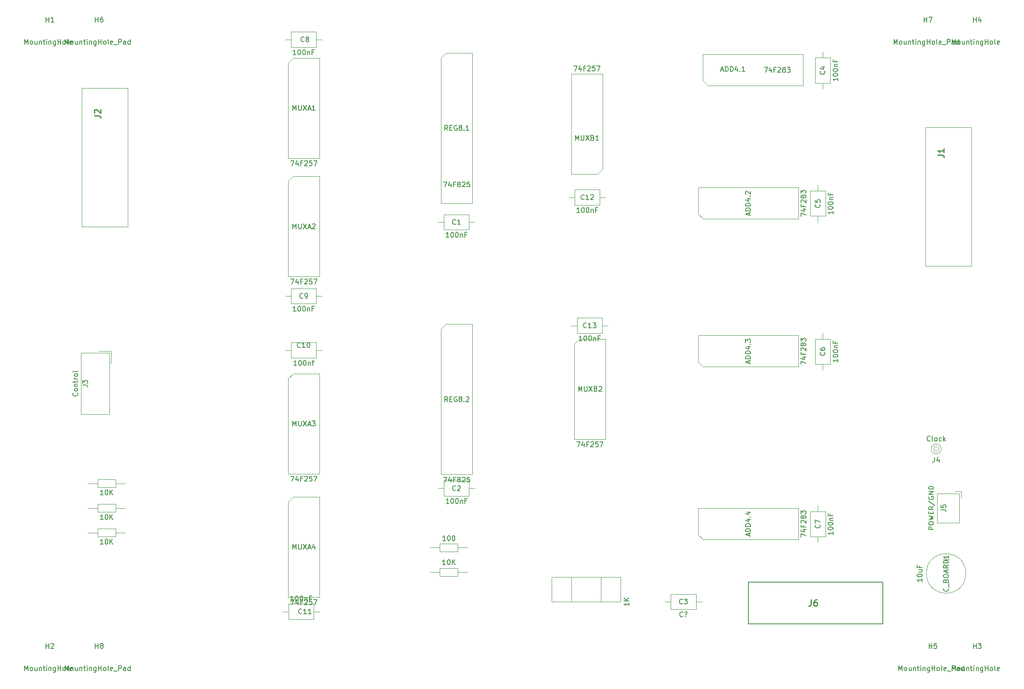
<source format=gbr>
%TF.GenerationSoftware,KiCad,Pcbnew,(5.1.10)-1*%
%TF.CreationDate,2021-10-27T19:24:49+02:00*%
%TF.ProjectId,Program Counter,50726f67-7261-46d2-9043-6f756e746572,rev1.0*%
%TF.SameCoordinates,Original*%
%TF.FileFunction,Other,Fab,Top*%
%FSLAX46Y46*%
G04 Gerber Fmt 4.6, Leading zero omitted, Abs format (unit mm)*
G04 Created by KiCad (PCBNEW (5.1.10)-1) date 2021-10-27 19:24:49*
%MOMM*%
%LPD*%
G01*
G04 APERTURE LIST*
%ADD10C,0.100000*%
%ADD11C,0.120000*%
%ADD12C,0.200000*%
%ADD13C,0.150000*%
%ADD14C,0.254000*%
G04 APERTURE END LIST*
D10*
%TO.C,J5*%
X230700000Y-126950000D02*
X230700000Y-121050000D01*
X226200000Y-126950000D02*
X230700000Y-126950000D01*
X226200000Y-121050000D02*
X226200000Y-126950000D01*
X230700000Y-121050000D02*
X226200000Y-121050000D01*
X231110000Y-120640000D02*
X229860000Y-120640000D01*
X231110000Y-121890000D02*
X231110000Y-120640000D01*
D11*
%TO.C,J4*%
X227000000Y-112000000D02*
G75*
G03*
X227000000Y-112000000I-1000000J0D01*
G01*
X226500000Y-112000000D02*
G75*
G03*
X226500000Y-112000000I-500000J0D01*
G01*
D12*
%TO.C,J6*%
X215140000Y-139020000D02*
X215140000Y-147520000D01*
X187940000Y-139020000D02*
X215140000Y-139020000D01*
X187940000Y-147520000D02*
X187940000Y-139020000D01*
X215140000Y-147520000D02*
X187940000Y-147520000D01*
D10*
%TO.C,J2*%
X52820000Y-66940000D02*
X52820000Y-38840000D01*
X62120000Y-66940000D02*
X52820000Y-66940000D01*
X62120000Y-38840000D02*
X62120000Y-66940000D01*
X52820000Y-38840000D02*
X62120000Y-38840000D01*
%TO.C,J1*%
X223820000Y-74940000D02*
X223820000Y-46840000D01*
X233120000Y-74940000D02*
X223820000Y-74940000D01*
X233120000Y-46840000D02*
X233120000Y-74940000D01*
X223820000Y-46840000D02*
X233120000Y-46840000D01*
%TO.C,C13*%
X159500000Y-87000000D02*
X158300000Y-87000000D01*
X152000000Y-87000000D02*
X153200000Y-87000000D01*
X158300000Y-85450000D02*
X153200000Y-85450000D01*
X158300000Y-88550000D02*
X158300000Y-85450000D01*
X153200000Y-88550000D02*
X158300000Y-88550000D01*
X153200000Y-85450000D02*
X153200000Y-88550000D01*
%TO.C,C12*%
X159000000Y-61000000D02*
X157800000Y-61000000D01*
X151500000Y-61000000D02*
X152700000Y-61000000D01*
X157800000Y-59450000D02*
X152700000Y-59450000D01*
X157800000Y-62550000D02*
X157800000Y-59450000D01*
X152700000Y-62550000D02*
X157800000Y-62550000D01*
X152700000Y-59450000D02*
X152700000Y-62550000D01*
%TO.C,C11*%
X93500000Y-145000000D02*
X94700000Y-145000000D01*
X101000000Y-145000000D02*
X99800000Y-145000000D01*
X94700000Y-146550000D02*
X99800000Y-146550000D01*
X94700000Y-143450000D02*
X94700000Y-146550000D01*
X99800000Y-143450000D02*
X94700000Y-143450000D01*
X99800000Y-146550000D02*
X99800000Y-143450000D01*
%TO.C,C10*%
X101500000Y-92000000D02*
X100300000Y-92000000D01*
X94000000Y-92000000D02*
X95200000Y-92000000D01*
X100300000Y-90450000D02*
X95200000Y-90450000D01*
X100300000Y-93550000D02*
X100300000Y-90450000D01*
X95200000Y-93550000D02*
X100300000Y-93550000D01*
X95200000Y-90450000D02*
X95200000Y-93550000D01*
%TO.C,C9*%
X101500000Y-81000000D02*
X100300000Y-81000000D01*
X94000000Y-81000000D02*
X95200000Y-81000000D01*
X100300000Y-79450000D02*
X95200000Y-79450000D01*
X100300000Y-82550000D02*
X100300000Y-79450000D01*
X95200000Y-82550000D02*
X100300000Y-82550000D01*
X95200000Y-79450000D02*
X95200000Y-82550000D01*
%TO.C,C8*%
X101500000Y-29000000D02*
X100300000Y-29000000D01*
X94000000Y-29000000D02*
X95200000Y-29000000D01*
X100300000Y-27450000D02*
X95200000Y-27450000D01*
X100300000Y-30550000D02*
X100300000Y-27450000D01*
X95200000Y-30550000D02*
X100300000Y-30550000D01*
X95200000Y-27450000D02*
X95200000Y-30550000D01*
%TO.C,C7*%
X202000000Y-123500000D02*
X202000000Y-124700000D01*
X202000000Y-131000000D02*
X202000000Y-129800000D01*
X200450000Y-124700000D02*
X200450000Y-129800000D01*
X203550000Y-124700000D02*
X200450000Y-124700000D01*
X203550000Y-129800000D02*
X203550000Y-124700000D01*
X200450000Y-129800000D02*
X203550000Y-129800000D01*
%TO.C,C6*%
X203000000Y-88500000D02*
X203000000Y-89700000D01*
X203000000Y-96000000D02*
X203000000Y-94800000D01*
X201450000Y-89700000D02*
X201450000Y-94800000D01*
X204550000Y-89700000D02*
X201450000Y-89700000D01*
X204550000Y-94800000D02*
X204550000Y-89700000D01*
X201450000Y-94800000D02*
X204550000Y-94800000D01*
%TO.C,C5*%
X202000000Y-58500000D02*
X202000000Y-59700000D01*
X202000000Y-66000000D02*
X202000000Y-64800000D01*
X200450000Y-59700000D02*
X200450000Y-64800000D01*
X203550000Y-59700000D02*
X200450000Y-59700000D01*
X203550000Y-64800000D02*
X203550000Y-59700000D01*
X200450000Y-64800000D02*
X203550000Y-64800000D01*
%TO.C,C4*%
X203000000Y-31500000D02*
X203000000Y-32700000D01*
X203000000Y-39000000D02*
X203000000Y-37800000D01*
X201450000Y-32700000D02*
X201450000Y-37800000D01*
X204550000Y-32700000D02*
X201450000Y-32700000D01*
X204550000Y-37800000D02*
X204550000Y-32700000D01*
X201450000Y-37800000D02*
X204550000Y-37800000D01*
%TO.C,C3*%
X178500000Y-143000000D02*
X177300000Y-143000000D01*
X171000000Y-143000000D02*
X172200000Y-143000000D01*
X177300000Y-141450000D02*
X172200000Y-141450000D01*
X177300000Y-144550000D02*
X177300000Y-141450000D01*
X172200000Y-144550000D02*
X177300000Y-144550000D01*
X172200000Y-141450000D02*
X172200000Y-144550000D01*
%TO.C,C2*%
X132500000Y-120000000D02*
X131300000Y-120000000D01*
X125000000Y-120000000D02*
X126200000Y-120000000D01*
X131300000Y-118450000D02*
X126200000Y-118450000D01*
X131300000Y-121550000D02*
X131300000Y-118450000D01*
X126200000Y-121550000D02*
X131300000Y-121550000D01*
X126200000Y-118450000D02*
X126200000Y-121550000D01*
%TO.C,C1*%
X132500000Y-66040000D02*
X131300000Y-66040000D01*
X125000000Y-66040000D02*
X126200000Y-66040000D01*
X131300000Y-64490000D02*
X126200000Y-64490000D01*
X131300000Y-67590000D02*
X131300000Y-64490000D01*
X126200000Y-67590000D02*
X131300000Y-67590000D01*
X126200000Y-64490000D02*
X126200000Y-67590000D01*
%TO.C,REG8.2*%
X125635000Y-87730000D02*
X126635000Y-86730000D01*
X125635000Y-117210000D02*
X125635000Y-87730000D01*
X131985000Y-117210000D02*
X125635000Y-117210000D01*
X131985000Y-86730000D02*
X131985000Y-117210000D01*
X126635000Y-86730000D02*
X131985000Y-86730000D01*
%TO.C,REG8.1*%
X125635000Y-32730000D02*
X126635000Y-31730000D01*
X125635000Y-62210000D02*
X125635000Y-32730000D01*
X131985000Y-62210000D02*
X125635000Y-62210000D01*
X131985000Y-31730000D02*
X131985000Y-62210000D01*
X126635000Y-31730000D02*
X131985000Y-31730000D01*
%TO.C,R14*%
X61620000Y-124000000D02*
X59610000Y-124000000D01*
X54000000Y-124000000D02*
X56010000Y-124000000D01*
X59610000Y-123200000D02*
X56010000Y-123200000D01*
X59610000Y-124800000D02*
X59610000Y-123200000D01*
X56010000Y-124800000D02*
X59610000Y-124800000D01*
X56010000Y-123200000D02*
X56010000Y-124800000D01*
%TO.C,R10*%
X123380000Y-137000000D02*
X125390000Y-137000000D01*
X131000000Y-137000000D02*
X128990000Y-137000000D01*
X125390000Y-137800000D02*
X128990000Y-137800000D01*
X125390000Y-136200000D02*
X125390000Y-137800000D01*
X128990000Y-136200000D02*
X125390000Y-136200000D01*
X128990000Y-137800000D02*
X128990000Y-136200000D01*
%TO.C,R6*%
X123380000Y-132000000D02*
X125390000Y-132000000D01*
X131000000Y-132000000D02*
X128990000Y-132000000D01*
X125390000Y-132800000D02*
X128990000Y-132800000D01*
X125390000Y-131200000D02*
X125390000Y-132800000D01*
X128990000Y-131200000D02*
X125390000Y-131200000D01*
X128990000Y-132800000D02*
X128990000Y-131200000D01*
%TO.C,R5*%
X61620000Y-119000000D02*
X59610000Y-119000000D01*
X54000000Y-119000000D02*
X56010000Y-119000000D01*
X59610000Y-118200000D02*
X56010000Y-118200000D01*
X59610000Y-119800000D02*
X59610000Y-118200000D01*
X56010000Y-119800000D02*
X59610000Y-119800000D01*
X56010000Y-118200000D02*
X56010000Y-119800000D01*
%TO.C,R4*%
X61620000Y-129000000D02*
X59610000Y-129000000D01*
X54000000Y-129000000D02*
X56010000Y-129000000D01*
X59610000Y-128200000D02*
X56010000Y-128200000D01*
X59610000Y-129800000D02*
X59610000Y-128200000D01*
X56010000Y-129800000D02*
X59610000Y-129800000D01*
X56010000Y-128200000D02*
X56010000Y-129800000D01*
%TO.C,POT1*%
X152000000Y-138000000D02*
X152000000Y-143000000D01*
X158000000Y-138000000D02*
X152000000Y-138000000D01*
X158000000Y-143000000D02*
X158000000Y-138000000D01*
X152000000Y-143000000D02*
X158000000Y-143000000D01*
X148000000Y-143000000D02*
X148000000Y-138000000D01*
X162000000Y-143000000D02*
X148000000Y-143000000D01*
X162000000Y-138000000D02*
X162000000Y-143000000D01*
X148000000Y-138000000D02*
X162000000Y-138000000D01*
%TO.C,MUXB2*%
X152635000Y-90730000D02*
X153635000Y-89730000D01*
X152635000Y-110050000D02*
X152635000Y-90730000D01*
X158985000Y-110050000D02*
X152635000Y-110050000D01*
X158985000Y-89730000D02*
X158985000Y-110050000D01*
X153635000Y-89730000D02*
X158985000Y-89730000D01*
%TO.C,MUXB1*%
X158365000Y-55270000D02*
X157365000Y-56270000D01*
X158365000Y-35950000D02*
X158365000Y-55270000D01*
X152015000Y-35950000D02*
X158365000Y-35950000D01*
X152015000Y-56270000D02*
X152015000Y-35950000D01*
X157365000Y-56270000D02*
X152015000Y-56270000D01*
%TO.C,MUXA4*%
X94635000Y-122730000D02*
X95635000Y-121730000D01*
X94635000Y-142050000D02*
X94635000Y-122730000D01*
X100985000Y-142050000D02*
X94635000Y-142050000D01*
X100985000Y-121730000D02*
X100985000Y-142050000D01*
X95635000Y-121730000D02*
X100985000Y-121730000D01*
%TO.C,MUXA3*%
X94635000Y-97730000D02*
X95635000Y-96730000D01*
X94635000Y-117050000D02*
X94635000Y-97730000D01*
X100985000Y-117050000D02*
X94635000Y-117050000D01*
X100985000Y-96730000D02*
X100985000Y-117050000D01*
X95635000Y-96730000D02*
X100985000Y-96730000D01*
%TO.C,MUXA2*%
X94635000Y-57730000D02*
X95635000Y-56730000D01*
X94635000Y-77050000D02*
X94635000Y-57730000D01*
X100985000Y-77050000D02*
X94635000Y-77050000D01*
X100985000Y-56730000D02*
X100985000Y-77050000D01*
X95635000Y-56730000D02*
X100985000Y-56730000D01*
%TO.C,MUXA1*%
X94635000Y-33730000D02*
X95635000Y-32730000D01*
X94635000Y-53050000D02*
X94635000Y-33730000D01*
X100985000Y-53050000D02*
X94635000Y-53050000D01*
X100985000Y-32730000D02*
X100985000Y-53050000D01*
X95635000Y-32730000D02*
X100985000Y-32730000D01*
%TO.C,J3*%
X58750000Y-92150000D02*
X56250000Y-92150000D01*
X58750000Y-94650000D02*
X58750000Y-92150000D01*
X58350000Y-104950000D02*
X58350000Y-92550000D01*
X52600000Y-104950000D02*
X58350000Y-104950000D01*
X52600000Y-92550000D02*
X52600000Y-104950000D01*
X58350000Y-92550000D02*
X52600000Y-92550000D01*
%TO.C,C_BOARD1*%
X228650000Y-134400000D02*
X227350000Y-134400000D01*
X228000000Y-133800000D02*
X228000000Y-135000000D01*
X232000000Y-137250000D02*
G75*
G03*
X232000000Y-137250000I-4000000J0D01*
G01*
%TO.C,ADD4.2*%
X178730000Y-65365000D02*
X177730000Y-64365000D01*
X198050000Y-65365000D02*
X178730000Y-65365000D01*
X198050000Y-59015000D02*
X198050000Y-65365000D01*
X177730000Y-59015000D02*
X198050000Y-59015000D01*
X177730000Y-64365000D02*
X177730000Y-59015000D01*
%TO.C,ADD4.1*%
X179730000Y-38365000D02*
X178730000Y-37365000D01*
X199050000Y-38365000D02*
X179730000Y-38365000D01*
X199050000Y-32015000D02*
X199050000Y-38365000D01*
X178730000Y-32015000D02*
X199050000Y-32015000D01*
X178730000Y-37365000D02*
X178730000Y-32015000D01*
%TO.C,ADD4.3*%
X178730000Y-95365000D02*
X177730000Y-94365000D01*
X198050000Y-95365000D02*
X178730000Y-95365000D01*
X198050000Y-89015000D02*
X198050000Y-95365000D01*
X177730000Y-89015000D02*
X198050000Y-89015000D01*
X177730000Y-94365000D02*
X177730000Y-89015000D01*
%TO.C,ADD4.4*%
X178730000Y-130365000D02*
X177730000Y-129365000D01*
X198050000Y-130365000D02*
X178730000Y-130365000D01*
X198050000Y-124015000D02*
X198050000Y-130365000D01*
X177730000Y-124015000D02*
X198050000Y-124015000D01*
X177730000Y-129365000D02*
X177730000Y-124015000D01*
%TD*%
%TO.C,J5*%
D13*
X225452380Y-128357142D02*
X224452380Y-128357142D01*
X224452380Y-127976190D01*
X224500000Y-127880952D01*
X224547619Y-127833333D01*
X224642857Y-127785714D01*
X224785714Y-127785714D01*
X224880952Y-127833333D01*
X224928571Y-127880952D01*
X224976190Y-127976190D01*
X224976190Y-128357142D01*
X224452380Y-127166666D02*
X224452380Y-126976190D01*
X224500000Y-126880952D01*
X224595238Y-126785714D01*
X224785714Y-126738095D01*
X225119047Y-126738095D01*
X225309523Y-126785714D01*
X225404761Y-126880952D01*
X225452380Y-126976190D01*
X225452380Y-127166666D01*
X225404761Y-127261904D01*
X225309523Y-127357142D01*
X225119047Y-127404761D01*
X224785714Y-127404761D01*
X224595238Y-127357142D01*
X224500000Y-127261904D01*
X224452380Y-127166666D01*
X224452380Y-126404761D02*
X225452380Y-126166666D01*
X224738095Y-125976190D01*
X225452380Y-125785714D01*
X224452380Y-125547619D01*
X224928571Y-125166666D02*
X224928571Y-124833333D01*
X225452380Y-124690476D02*
X225452380Y-125166666D01*
X224452380Y-125166666D01*
X224452380Y-124690476D01*
X225452380Y-123690476D02*
X224976190Y-124023809D01*
X225452380Y-124261904D02*
X224452380Y-124261904D01*
X224452380Y-123880952D01*
X224500000Y-123785714D01*
X224547619Y-123738095D01*
X224642857Y-123690476D01*
X224785714Y-123690476D01*
X224880952Y-123738095D01*
X224928571Y-123785714D01*
X224976190Y-123880952D01*
X224976190Y-124261904D01*
X224404761Y-122547619D02*
X225690476Y-123404761D01*
X224500000Y-121690476D02*
X224452380Y-121785714D01*
X224452380Y-121928571D01*
X224500000Y-122071428D01*
X224595238Y-122166666D01*
X224690476Y-122214285D01*
X224880952Y-122261904D01*
X225023809Y-122261904D01*
X225214285Y-122214285D01*
X225309523Y-122166666D01*
X225404761Y-122071428D01*
X225452380Y-121928571D01*
X225452380Y-121833333D01*
X225404761Y-121690476D01*
X225357142Y-121642857D01*
X225023809Y-121642857D01*
X225023809Y-121833333D01*
X225452380Y-121214285D02*
X224452380Y-121214285D01*
X225452380Y-120642857D01*
X224452380Y-120642857D01*
X225452380Y-120166666D02*
X224452380Y-120166666D01*
X224452380Y-119928571D01*
X224500000Y-119785714D01*
X224595238Y-119690476D01*
X224690476Y-119642857D01*
X224880952Y-119595238D01*
X225023809Y-119595238D01*
X225214285Y-119642857D01*
X225309523Y-119690476D01*
X225404761Y-119785714D01*
X225452380Y-119928571D01*
X225452380Y-120166666D01*
X226952380Y-124333333D02*
X227666666Y-124333333D01*
X227809523Y-124380952D01*
X227904761Y-124476190D01*
X227952380Y-124619047D01*
X227952380Y-124714285D01*
X226952380Y-123380952D02*
X226952380Y-123857142D01*
X227428571Y-123904761D01*
X227380952Y-123857142D01*
X227333333Y-123761904D01*
X227333333Y-123523809D01*
X227380952Y-123428571D01*
X227428571Y-123380952D01*
X227523809Y-123333333D01*
X227761904Y-123333333D01*
X227857142Y-123380952D01*
X227904761Y-123428571D01*
X227952380Y-123523809D01*
X227952380Y-123761904D01*
X227904761Y-123857142D01*
X227857142Y-123904761D01*
%TO.C,J4*%
X224761904Y-110307142D02*
X224714285Y-110354761D01*
X224571428Y-110402380D01*
X224476190Y-110402380D01*
X224333333Y-110354761D01*
X224238095Y-110259523D01*
X224190476Y-110164285D01*
X224142857Y-109973809D01*
X224142857Y-109830952D01*
X224190476Y-109640476D01*
X224238095Y-109545238D01*
X224333333Y-109450000D01*
X224476190Y-109402380D01*
X224571428Y-109402380D01*
X224714285Y-109450000D01*
X224761904Y-109497619D01*
X225333333Y-110402380D02*
X225238095Y-110354761D01*
X225190476Y-110259523D01*
X225190476Y-109402380D01*
X225857142Y-110402380D02*
X225761904Y-110354761D01*
X225714285Y-110307142D01*
X225666666Y-110211904D01*
X225666666Y-109926190D01*
X225714285Y-109830952D01*
X225761904Y-109783333D01*
X225857142Y-109735714D01*
X226000000Y-109735714D01*
X226095238Y-109783333D01*
X226142857Y-109830952D01*
X226190476Y-109926190D01*
X226190476Y-110211904D01*
X226142857Y-110307142D01*
X226095238Y-110354761D01*
X226000000Y-110402380D01*
X225857142Y-110402380D01*
X227047619Y-110354761D02*
X226952380Y-110402380D01*
X226761904Y-110402380D01*
X226666666Y-110354761D01*
X226619047Y-110307142D01*
X226571428Y-110211904D01*
X226571428Y-109926190D01*
X226619047Y-109830952D01*
X226666666Y-109783333D01*
X226761904Y-109735714D01*
X226952380Y-109735714D01*
X227047619Y-109783333D01*
X227476190Y-110402380D02*
X227476190Y-109402380D01*
X227571428Y-110021428D02*
X227857142Y-110402380D01*
X227857142Y-109735714D02*
X227476190Y-110116666D01*
X225666666Y-113702380D02*
X225666666Y-114416666D01*
X225619047Y-114559523D01*
X225523809Y-114654761D01*
X225380952Y-114702380D01*
X225285714Y-114702380D01*
X226571428Y-114035714D02*
X226571428Y-114702380D01*
X226333333Y-113654761D02*
X226095238Y-114369047D01*
X226714285Y-114369047D01*
%TO.C,J6*%
D14*
X200621666Y-142574523D02*
X200621666Y-143481666D01*
X200561190Y-143663095D01*
X200440238Y-143784047D01*
X200258809Y-143844523D01*
X200137857Y-143844523D01*
X201770714Y-142574523D02*
X201528809Y-142574523D01*
X201407857Y-142635000D01*
X201347380Y-142695476D01*
X201226428Y-142876904D01*
X201165952Y-143118809D01*
X201165952Y-143602619D01*
X201226428Y-143723571D01*
X201286904Y-143784047D01*
X201407857Y-143844523D01*
X201649761Y-143844523D01*
X201770714Y-143784047D01*
X201831190Y-143723571D01*
X201891666Y-143602619D01*
X201891666Y-143300238D01*
X201831190Y-143179285D01*
X201770714Y-143118809D01*
X201649761Y-143058333D01*
X201407857Y-143058333D01*
X201286904Y-143118809D01*
X201226428Y-143179285D01*
X201165952Y-143300238D01*
%TO.C,J2*%
X55304523Y-44423333D02*
X56211666Y-44423333D01*
X56393095Y-44483809D01*
X56514047Y-44604761D01*
X56574523Y-44786190D01*
X56574523Y-44907142D01*
X55425476Y-43879047D02*
X55365000Y-43818571D01*
X55304523Y-43697619D01*
X55304523Y-43395238D01*
X55365000Y-43274285D01*
X55425476Y-43213809D01*
X55546428Y-43153333D01*
X55667380Y-43153333D01*
X55848809Y-43213809D01*
X56574523Y-43939523D01*
X56574523Y-43153333D01*
%TO.C,J1*%
X226304523Y-52423333D02*
X227211666Y-52423333D01*
X227393095Y-52483809D01*
X227514047Y-52604761D01*
X227574523Y-52786190D01*
X227574523Y-52907142D01*
X227574523Y-51153333D02*
X227574523Y-51879047D01*
X227574523Y-51516190D02*
X226304523Y-51516190D01*
X226485952Y-51637142D01*
X226606904Y-51758095D01*
X226667380Y-51879047D01*
%TO.C,H8*%
D13*
X49428571Y-156952380D02*
X49428571Y-155952380D01*
X49761904Y-156666666D01*
X50095238Y-155952380D01*
X50095238Y-156952380D01*
X50714285Y-156952380D02*
X50619047Y-156904761D01*
X50571428Y-156857142D01*
X50523809Y-156761904D01*
X50523809Y-156476190D01*
X50571428Y-156380952D01*
X50619047Y-156333333D01*
X50714285Y-156285714D01*
X50857142Y-156285714D01*
X50952380Y-156333333D01*
X50999999Y-156380952D01*
X51047619Y-156476190D01*
X51047619Y-156761904D01*
X50999999Y-156857142D01*
X50952380Y-156904761D01*
X50857142Y-156952380D01*
X50714285Y-156952380D01*
X51904761Y-156285714D02*
X51904761Y-156952380D01*
X51476190Y-156285714D02*
X51476190Y-156809523D01*
X51523809Y-156904761D01*
X51619047Y-156952380D01*
X51761904Y-156952380D01*
X51857142Y-156904761D01*
X51904761Y-156857142D01*
X52380952Y-156285714D02*
X52380952Y-156952380D01*
X52380952Y-156380952D02*
X52428571Y-156333333D01*
X52523809Y-156285714D01*
X52666666Y-156285714D01*
X52761904Y-156333333D01*
X52809523Y-156428571D01*
X52809523Y-156952380D01*
X53142857Y-156285714D02*
X53523809Y-156285714D01*
X53285714Y-155952380D02*
X53285714Y-156809523D01*
X53333333Y-156904761D01*
X53428571Y-156952380D01*
X53523809Y-156952380D01*
X53857142Y-156952380D02*
X53857142Y-156285714D01*
X53857142Y-155952380D02*
X53809523Y-156000000D01*
X53857142Y-156047619D01*
X53904761Y-156000000D01*
X53857142Y-155952380D01*
X53857142Y-156047619D01*
X54333333Y-156285714D02*
X54333333Y-156952380D01*
X54333333Y-156380952D02*
X54380952Y-156333333D01*
X54476190Y-156285714D01*
X54619047Y-156285714D01*
X54714285Y-156333333D01*
X54761904Y-156428571D01*
X54761904Y-156952380D01*
X55666666Y-156285714D02*
X55666666Y-157095238D01*
X55619047Y-157190476D01*
X55571428Y-157238095D01*
X55476190Y-157285714D01*
X55333333Y-157285714D01*
X55238095Y-157238095D01*
X55666666Y-156904761D02*
X55571428Y-156952380D01*
X55380952Y-156952380D01*
X55285714Y-156904761D01*
X55238095Y-156857142D01*
X55190476Y-156761904D01*
X55190476Y-156476190D01*
X55238095Y-156380952D01*
X55285714Y-156333333D01*
X55380952Y-156285714D01*
X55571428Y-156285714D01*
X55666666Y-156333333D01*
X56142857Y-156952380D02*
X56142857Y-155952380D01*
X56142857Y-156428571D02*
X56714285Y-156428571D01*
X56714285Y-156952380D02*
X56714285Y-155952380D01*
X57333333Y-156952380D02*
X57238095Y-156904761D01*
X57190476Y-156857142D01*
X57142857Y-156761904D01*
X57142857Y-156476190D01*
X57190476Y-156380952D01*
X57238095Y-156333333D01*
X57333333Y-156285714D01*
X57476190Y-156285714D01*
X57571428Y-156333333D01*
X57619047Y-156380952D01*
X57666666Y-156476190D01*
X57666666Y-156761904D01*
X57619047Y-156857142D01*
X57571428Y-156904761D01*
X57476190Y-156952380D01*
X57333333Y-156952380D01*
X58238095Y-156952380D02*
X58142857Y-156904761D01*
X58095238Y-156809523D01*
X58095238Y-155952380D01*
X58999999Y-156904761D02*
X58904761Y-156952380D01*
X58714285Y-156952380D01*
X58619047Y-156904761D01*
X58571428Y-156809523D01*
X58571428Y-156428571D01*
X58619047Y-156333333D01*
X58714285Y-156285714D01*
X58904761Y-156285714D01*
X58999999Y-156333333D01*
X59047619Y-156428571D01*
X59047619Y-156523809D01*
X58571428Y-156619047D01*
X59238095Y-157047619D02*
X59999999Y-157047619D01*
X60238095Y-156952380D02*
X60238095Y-155952380D01*
X60619047Y-155952380D01*
X60714285Y-156000000D01*
X60761904Y-156047619D01*
X60809523Y-156142857D01*
X60809523Y-156285714D01*
X60761904Y-156380952D01*
X60714285Y-156428571D01*
X60619047Y-156476190D01*
X60238095Y-156476190D01*
X61666666Y-156952380D02*
X61666666Y-156428571D01*
X61619047Y-156333333D01*
X61523809Y-156285714D01*
X61333333Y-156285714D01*
X61238095Y-156333333D01*
X61666666Y-156904761D02*
X61571428Y-156952380D01*
X61333333Y-156952380D01*
X61238095Y-156904761D01*
X61190476Y-156809523D01*
X61190476Y-156714285D01*
X61238095Y-156619047D01*
X61333333Y-156571428D01*
X61571428Y-156571428D01*
X61666666Y-156523809D01*
X62571428Y-156952380D02*
X62571428Y-155952380D01*
X62571428Y-156904761D02*
X62476190Y-156952380D01*
X62285714Y-156952380D01*
X62190476Y-156904761D01*
X62142857Y-156857142D01*
X62095238Y-156761904D01*
X62095238Y-156476190D01*
X62142857Y-156380952D01*
X62190476Y-156333333D01*
X62285714Y-156285714D01*
X62476190Y-156285714D01*
X62571428Y-156333333D01*
X55538095Y-152452380D02*
X55538095Y-151452380D01*
X55538095Y-151928571D02*
X56109523Y-151928571D01*
X56109523Y-152452380D02*
X56109523Y-151452380D01*
X56728571Y-151880952D02*
X56633333Y-151833333D01*
X56585714Y-151785714D01*
X56538095Y-151690476D01*
X56538095Y-151642857D01*
X56585714Y-151547619D01*
X56633333Y-151500000D01*
X56728571Y-151452380D01*
X56919047Y-151452380D01*
X57014285Y-151500000D01*
X57061904Y-151547619D01*
X57109523Y-151642857D01*
X57109523Y-151690476D01*
X57061904Y-151785714D01*
X57014285Y-151833333D01*
X56919047Y-151880952D01*
X56728571Y-151880952D01*
X56633333Y-151928571D01*
X56585714Y-151976190D01*
X56538095Y-152071428D01*
X56538095Y-152261904D01*
X56585714Y-152357142D01*
X56633333Y-152404761D01*
X56728571Y-152452380D01*
X56919047Y-152452380D01*
X57014285Y-152404761D01*
X57061904Y-152357142D01*
X57109523Y-152261904D01*
X57109523Y-152071428D01*
X57061904Y-151976190D01*
X57014285Y-151928571D01*
X56919047Y-151880952D01*
%TO.C,H7*%
X217428571Y-29952380D02*
X217428571Y-28952380D01*
X217761904Y-29666666D01*
X218095238Y-28952380D01*
X218095238Y-29952380D01*
X218714285Y-29952380D02*
X218619047Y-29904761D01*
X218571428Y-29857142D01*
X218523809Y-29761904D01*
X218523809Y-29476190D01*
X218571428Y-29380952D01*
X218619047Y-29333333D01*
X218714285Y-29285714D01*
X218857142Y-29285714D01*
X218952380Y-29333333D01*
X219000000Y-29380952D01*
X219047619Y-29476190D01*
X219047619Y-29761904D01*
X219000000Y-29857142D01*
X218952380Y-29904761D01*
X218857142Y-29952380D01*
X218714285Y-29952380D01*
X219904761Y-29285714D02*
X219904761Y-29952380D01*
X219476190Y-29285714D02*
X219476190Y-29809523D01*
X219523809Y-29904761D01*
X219619047Y-29952380D01*
X219761904Y-29952380D01*
X219857142Y-29904761D01*
X219904761Y-29857142D01*
X220380952Y-29285714D02*
X220380952Y-29952380D01*
X220380952Y-29380952D02*
X220428571Y-29333333D01*
X220523809Y-29285714D01*
X220666666Y-29285714D01*
X220761904Y-29333333D01*
X220809523Y-29428571D01*
X220809523Y-29952380D01*
X221142857Y-29285714D02*
X221523809Y-29285714D01*
X221285714Y-28952380D02*
X221285714Y-29809523D01*
X221333333Y-29904761D01*
X221428571Y-29952380D01*
X221523809Y-29952380D01*
X221857142Y-29952380D02*
X221857142Y-29285714D01*
X221857142Y-28952380D02*
X221809523Y-29000000D01*
X221857142Y-29047619D01*
X221904761Y-29000000D01*
X221857142Y-28952380D01*
X221857142Y-29047619D01*
X222333333Y-29285714D02*
X222333333Y-29952380D01*
X222333333Y-29380952D02*
X222380952Y-29333333D01*
X222476190Y-29285714D01*
X222619047Y-29285714D01*
X222714285Y-29333333D01*
X222761904Y-29428571D01*
X222761904Y-29952380D01*
X223666666Y-29285714D02*
X223666666Y-30095238D01*
X223619047Y-30190476D01*
X223571428Y-30238095D01*
X223476190Y-30285714D01*
X223333333Y-30285714D01*
X223238095Y-30238095D01*
X223666666Y-29904761D02*
X223571428Y-29952380D01*
X223380952Y-29952380D01*
X223285714Y-29904761D01*
X223238095Y-29857142D01*
X223190476Y-29761904D01*
X223190476Y-29476190D01*
X223238095Y-29380952D01*
X223285714Y-29333333D01*
X223380952Y-29285714D01*
X223571428Y-29285714D01*
X223666666Y-29333333D01*
X224142857Y-29952380D02*
X224142857Y-28952380D01*
X224142857Y-29428571D02*
X224714285Y-29428571D01*
X224714285Y-29952380D02*
X224714285Y-28952380D01*
X225333333Y-29952380D02*
X225238095Y-29904761D01*
X225190476Y-29857142D01*
X225142857Y-29761904D01*
X225142857Y-29476190D01*
X225190476Y-29380952D01*
X225238095Y-29333333D01*
X225333333Y-29285714D01*
X225476190Y-29285714D01*
X225571428Y-29333333D01*
X225619047Y-29380952D01*
X225666666Y-29476190D01*
X225666666Y-29761904D01*
X225619047Y-29857142D01*
X225571428Y-29904761D01*
X225476190Y-29952380D01*
X225333333Y-29952380D01*
X226238095Y-29952380D02*
X226142857Y-29904761D01*
X226095238Y-29809523D01*
X226095238Y-28952380D01*
X227000000Y-29904761D02*
X226904761Y-29952380D01*
X226714285Y-29952380D01*
X226619047Y-29904761D01*
X226571428Y-29809523D01*
X226571428Y-29428571D01*
X226619047Y-29333333D01*
X226714285Y-29285714D01*
X226904761Y-29285714D01*
X227000000Y-29333333D01*
X227047619Y-29428571D01*
X227047619Y-29523809D01*
X226571428Y-29619047D01*
X227238095Y-30047619D02*
X228000000Y-30047619D01*
X228238095Y-29952380D02*
X228238095Y-28952380D01*
X228619047Y-28952380D01*
X228714285Y-29000000D01*
X228761904Y-29047619D01*
X228809523Y-29142857D01*
X228809523Y-29285714D01*
X228761904Y-29380952D01*
X228714285Y-29428571D01*
X228619047Y-29476190D01*
X228238095Y-29476190D01*
X229666666Y-29952380D02*
X229666666Y-29428571D01*
X229619047Y-29333333D01*
X229523809Y-29285714D01*
X229333333Y-29285714D01*
X229238095Y-29333333D01*
X229666666Y-29904761D02*
X229571428Y-29952380D01*
X229333333Y-29952380D01*
X229238095Y-29904761D01*
X229190476Y-29809523D01*
X229190476Y-29714285D01*
X229238095Y-29619047D01*
X229333333Y-29571428D01*
X229571428Y-29571428D01*
X229666666Y-29523809D01*
X230571428Y-29952380D02*
X230571428Y-28952380D01*
X230571428Y-29904761D02*
X230476190Y-29952380D01*
X230285714Y-29952380D01*
X230190476Y-29904761D01*
X230142857Y-29857142D01*
X230095238Y-29761904D01*
X230095238Y-29476190D01*
X230142857Y-29380952D01*
X230190476Y-29333333D01*
X230285714Y-29285714D01*
X230476190Y-29285714D01*
X230571428Y-29333333D01*
X223538095Y-25452380D02*
X223538095Y-24452380D01*
X223538095Y-24928571D02*
X224109523Y-24928571D01*
X224109523Y-25452380D02*
X224109523Y-24452380D01*
X224490476Y-24452380D02*
X225157142Y-24452380D01*
X224728571Y-25452380D01*
%TO.C,H6*%
X49428571Y-29952380D02*
X49428571Y-28952380D01*
X49761904Y-29666666D01*
X50095238Y-28952380D01*
X50095238Y-29952380D01*
X50714285Y-29952380D02*
X50619047Y-29904761D01*
X50571428Y-29857142D01*
X50523809Y-29761904D01*
X50523809Y-29476190D01*
X50571428Y-29380952D01*
X50619047Y-29333333D01*
X50714285Y-29285714D01*
X50857142Y-29285714D01*
X50952380Y-29333333D01*
X50999999Y-29380952D01*
X51047619Y-29476190D01*
X51047619Y-29761904D01*
X50999999Y-29857142D01*
X50952380Y-29904761D01*
X50857142Y-29952380D01*
X50714285Y-29952380D01*
X51904761Y-29285714D02*
X51904761Y-29952380D01*
X51476190Y-29285714D02*
X51476190Y-29809523D01*
X51523809Y-29904761D01*
X51619047Y-29952380D01*
X51761904Y-29952380D01*
X51857142Y-29904761D01*
X51904761Y-29857142D01*
X52380952Y-29285714D02*
X52380952Y-29952380D01*
X52380952Y-29380952D02*
X52428571Y-29333333D01*
X52523809Y-29285714D01*
X52666666Y-29285714D01*
X52761904Y-29333333D01*
X52809523Y-29428571D01*
X52809523Y-29952380D01*
X53142857Y-29285714D02*
X53523809Y-29285714D01*
X53285714Y-28952380D02*
X53285714Y-29809523D01*
X53333333Y-29904761D01*
X53428571Y-29952380D01*
X53523809Y-29952380D01*
X53857142Y-29952380D02*
X53857142Y-29285714D01*
X53857142Y-28952380D02*
X53809523Y-29000000D01*
X53857142Y-29047619D01*
X53904761Y-29000000D01*
X53857142Y-28952380D01*
X53857142Y-29047619D01*
X54333333Y-29285714D02*
X54333333Y-29952380D01*
X54333333Y-29380952D02*
X54380952Y-29333333D01*
X54476190Y-29285714D01*
X54619047Y-29285714D01*
X54714285Y-29333333D01*
X54761904Y-29428571D01*
X54761904Y-29952380D01*
X55666666Y-29285714D02*
X55666666Y-30095238D01*
X55619047Y-30190476D01*
X55571428Y-30238095D01*
X55476190Y-30285714D01*
X55333333Y-30285714D01*
X55238095Y-30238095D01*
X55666666Y-29904761D02*
X55571428Y-29952380D01*
X55380952Y-29952380D01*
X55285714Y-29904761D01*
X55238095Y-29857142D01*
X55190476Y-29761904D01*
X55190476Y-29476190D01*
X55238095Y-29380952D01*
X55285714Y-29333333D01*
X55380952Y-29285714D01*
X55571428Y-29285714D01*
X55666666Y-29333333D01*
X56142857Y-29952380D02*
X56142857Y-28952380D01*
X56142857Y-29428571D02*
X56714285Y-29428571D01*
X56714285Y-29952380D02*
X56714285Y-28952380D01*
X57333333Y-29952380D02*
X57238095Y-29904761D01*
X57190476Y-29857142D01*
X57142857Y-29761904D01*
X57142857Y-29476190D01*
X57190476Y-29380952D01*
X57238095Y-29333333D01*
X57333333Y-29285714D01*
X57476190Y-29285714D01*
X57571428Y-29333333D01*
X57619047Y-29380952D01*
X57666666Y-29476190D01*
X57666666Y-29761904D01*
X57619047Y-29857142D01*
X57571428Y-29904761D01*
X57476190Y-29952380D01*
X57333333Y-29952380D01*
X58238095Y-29952380D02*
X58142857Y-29904761D01*
X58095238Y-29809523D01*
X58095238Y-28952380D01*
X58999999Y-29904761D02*
X58904761Y-29952380D01*
X58714285Y-29952380D01*
X58619047Y-29904761D01*
X58571428Y-29809523D01*
X58571428Y-29428571D01*
X58619047Y-29333333D01*
X58714285Y-29285714D01*
X58904761Y-29285714D01*
X58999999Y-29333333D01*
X59047619Y-29428571D01*
X59047619Y-29523809D01*
X58571428Y-29619047D01*
X59238095Y-30047619D02*
X59999999Y-30047619D01*
X60238095Y-29952380D02*
X60238095Y-28952380D01*
X60619047Y-28952380D01*
X60714285Y-29000000D01*
X60761904Y-29047619D01*
X60809523Y-29142857D01*
X60809523Y-29285714D01*
X60761904Y-29380952D01*
X60714285Y-29428571D01*
X60619047Y-29476190D01*
X60238095Y-29476190D01*
X61666666Y-29952380D02*
X61666666Y-29428571D01*
X61619047Y-29333333D01*
X61523809Y-29285714D01*
X61333333Y-29285714D01*
X61238095Y-29333333D01*
X61666666Y-29904761D02*
X61571428Y-29952380D01*
X61333333Y-29952380D01*
X61238095Y-29904761D01*
X61190476Y-29809523D01*
X61190476Y-29714285D01*
X61238095Y-29619047D01*
X61333333Y-29571428D01*
X61571428Y-29571428D01*
X61666666Y-29523809D01*
X62571428Y-29952380D02*
X62571428Y-28952380D01*
X62571428Y-29904761D02*
X62476190Y-29952380D01*
X62285714Y-29952380D01*
X62190476Y-29904761D01*
X62142857Y-29857142D01*
X62095238Y-29761904D01*
X62095238Y-29476190D01*
X62142857Y-29380952D01*
X62190476Y-29333333D01*
X62285714Y-29285714D01*
X62476190Y-29285714D01*
X62571428Y-29333333D01*
X55538095Y-25452380D02*
X55538095Y-24452380D01*
X55538095Y-24928571D02*
X56109523Y-24928571D01*
X56109523Y-25452380D02*
X56109523Y-24452380D01*
X57014285Y-24452380D02*
X56823809Y-24452380D01*
X56728571Y-24500000D01*
X56680952Y-24547619D01*
X56585714Y-24690476D01*
X56538095Y-24880952D01*
X56538095Y-25261904D01*
X56585714Y-25357142D01*
X56633333Y-25404761D01*
X56728571Y-25452380D01*
X56919047Y-25452380D01*
X57014285Y-25404761D01*
X57061904Y-25357142D01*
X57109523Y-25261904D01*
X57109523Y-25023809D01*
X57061904Y-24928571D01*
X57014285Y-24880952D01*
X56919047Y-24833333D01*
X56728571Y-24833333D01*
X56633333Y-24880952D01*
X56585714Y-24928571D01*
X56538095Y-25023809D01*
%TO.C,H5*%
X218428571Y-156952380D02*
X218428571Y-155952380D01*
X218761904Y-156666666D01*
X219095238Y-155952380D01*
X219095238Y-156952380D01*
X219714285Y-156952380D02*
X219619047Y-156904761D01*
X219571428Y-156857142D01*
X219523809Y-156761904D01*
X219523809Y-156476190D01*
X219571428Y-156380952D01*
X219619047Y-156333333D01*
X219714285Y-156285714D01*
X219857142Y-156285714D01*
X219952380Y-156333333D01*
X220000000Y-156380952D01*
X220047619Y-156476190D01*
X220047619Y-156761904D01*
X220000000Y-156857142D01*
X219952380Y-156904761D01*
X219857142Y-156952380D01*
X219714285Y-156952380D01*
X220904761Y-156285714D02*
X220904761Y-156952380D01*
X220476190Y-156285714D02*
X220476190Y-156809523D01*
X220523809Y-156904761D01*
X220619047Y-156952380D01*
X220761904Y-156952380D01*
X220857142Y-156904761D01*
X220904761Y-156857142D01*
X221380952Y-156285714D02*
X221380952Y-156952380D01*
X221380952Y-156380952D02*
X221428571Y-156333333D01*
X221523809Y-156285714D01*
X221666666Y-156285714D01*
X221761904Y-156333333D01*
X221809523Y-156428571D01*
X221809523Y-156952380D01*
X222142857Y-156285714D02*
X222523809Y-156285714D01*
X222285714Y-155952380D02*
X222285714Y-156809523D01*
X222333333Y-156904761D01*
X222428571Y-156952380D01*
X222523809Y-156952380D01*
X222857142Y-156952380D02*
X222857142Y-156285714D01*
X222857142Y-155952380D02*
X222809523Y-156000000D01*
X222857142Y-156047619D01*
X222904761Y-156000000D01*
X222857142Y-155952380D01*
X222857142Y-156047619D01*
X223333333Y-156285714D02*
X223333333Y-156952380D01*
X223333333Y-156380952D02*
X223380952Y-156333333D01*
X223476190Y-156285714D01*
X223619047Y-156285714D01*
X223714285Y-156333333D01*
X223761904Y-156428571D01*
X223761904Y-156952380D01*
X224666666Y-156285714D02*
X224666666Y-157095238D01*
X224619047Y-157190476D01*
X224571428Y-157238095D01*
X224476190Y-157285714D01*
X224333333Y-157285714D01*
X224238095Y-157238095D01*
X224666666Y-156904761D02*
X224571428Y-156952380D01*
X224380952Y-156952380D01*
X224285714Y-156904761D01*
X224238095Y-156857142D01*
X224190476Y-156761904D01*
X224190476Y-156476190D01*
X224238095Y-156380952D01*
X224285714Y-156333333D01*
X224380952Y-156285714D01*
X224571428Y-156285714D01*
X224666666Y-156333333D01*
X225142857Y-156952380D02*
X225142857Y-155952380D01*
X225142857Y-156428571D02*
X225714285Y-156428571D01*
X225714285Y-156952380D02*
X225714285Y-155952380D01*
X226333333Y-156952380D02*
X226238095Y-156904761D01*
X226190476Y-156857142D01*
X226142857Y-156761904D01*
X226142857Y-156476190D01*
X226190476Y-156380952D01*
X226238095Y-156333333D01*
X226333333Y-156285714D01*
X226476190Y-156285714D01*
X226571428Y-156333333D01*
X226619047Y-156380952D01*
X226666666Y-156476190D01*
X226666666Y-156761904D01*
X226619047Y-156857142D01*
X226571428Y-156904761D01*
X226476190Y-156952380D01*
X226333333Y-156952380D01*
X227238095Y-156952380D02*
X227142857Y-156904761D01*
X227095238Y-156809523D01*
X227095238Y-155952380D01*
X228000000Y-156904761D02*
X227904761Y-156952380D01*
X227714285Y-156952380D01*
X227619047Y-156904761D01*
X227571428Y-156809523D01*
X227571428Y-156428571D01*
X227619047Y-156333333D01*
X227714285Y-156285714D01*
X227904761Y-156285714D01*
X228000000Y-156333333D01*
X228047619Y-156428571D01*
X228047619Y-156523809D01*
X227571428Y-156619047D01*
X228238095Y-157047619D02*
X229000000Y-157047619D01*
X229238095Y-156952380D02*
X229238095Y-155952380D01*
X229619047Y-155952380D01*
X229714285Y-156000000D01*
X229761904Y-156047619D01*
X229809523Y-156142857D01*
X229809523Y-156285714D01*
X229761904Y-156380952D01*
X229714285Y-156428571D01*
X229619047Y-156476190D01*
X229238095Y-156476190D01*
X230666666Y-156952380D02*
X230666666Y-156428571D01*
X230619047Y-156333333D01*
X230523809Y-156285714D01*
X230333333Y-156285714D01*
X230238095Y-156333333D01*
X230666666Y-156904761D02*
X230571428Y-156952380D01*
X230333333Y-156952380D01*
X230238095Y-156904761D01*
X230190476Y-156809523D01*
X230190476Y-156714285D01*
X230238095Y-156619047D01*
X230333333Y-156571428D01*
X230571428Y-156571428D01*
X230666666Y-156523809D01*
X231571428Y-156952380D02*
X231571428Y-155952380D01*
X231571428Y-156904761D02*
X231476190Y-156952380D01*
X231285714Y-156952380D01*
X231190476Y-156904761D01*
X231142857Y-156857142D01*
X231095238Y-156761904D01*
X231095238Y-156476190D01*
X231142857Y-156380952D01*
X231190476Y-156333333D01*
X231285714Y-156285714D01*
X231476190Y-156285714D01*
X231571428Y-156333333D01*
X224538095Y-152452380D02*
X224538095Y-151452380D01*
X224538095Y-151928571D02*
X225109523Y-151928571D01*
X225109523Y-152452380D02*
X225109523Y-151452380D01*
X226061904Y-151452380D02*
X225585714Y-151452380D01*
X225538095Y-151928571D01*
X225585714Y-151880952D01*
X225680952Y-151833333D01*
X225919047Y-151833333D01*
X226014285Y-151880952D01*
X226061904Y-151928571D01*
X226109523Y-152023809D01*
X226109523Y-152261904D01*
X226061904Y-152357142D01*
X226014285Y-152404761D01*
X225919047Y-152452380D01*
X225680952Y-152452380D01*
X225585714Y-152404761D01*
X225538095Y-152357142D01*
%TO.C,H4*%
X229214285Y-29952380D02*
X229214285Y-28952380D01*
X229547619Y-29666666D01*
X229880952Y-28952380D01*
X229880952Y-29952380D01*
X230500000Y-29952380D02*
X230404761Y-29904761D01*
X230357142Y-29857142D01*
X230309523Y-29761904D01*
X230309523Y-29476190D01*
X230357142Y-29380952D01*
X230404761Y-29333333D01*
X230500000Y-29285714D01*
X230642857Y-29285714D01*
X230738095Y-29333333D01*
X230785714Y-29380952D01*
X230833333Y-29476190D01*
X230833333Y-29761904D01*
X230785714Y-29857142D01*
X230738095Y-29904761D01*
X230642857Y-29952380D01*
X230500000Y-29952380D01*
X231690476Y-29285714D02*
X231690476Y-29952380D01*
X231261904Y-29285714D02*
X231261904Y-29809523D01*
X231309523Y-29904761D01*
X231404761Y-29952380D01*
X231547619Y-29952380D01*
X231642857Y-29904761D01*
X231690476Y-29857142D01*
X232166666Y-29285714D02*
X232166666Y-29952380D01*
X232166666Y-29380952D02*
X232214285Y-29333333D01*
X232309523Y-29285714D01*
X232452380Y-29285714D01*
X232547619Y-29333333D01*
X232595238Y-29428571D01*
X232595238Y-29952380D01*
X232928571Y-29285714D02*
X233309523Y-29285714D01*
X233071428Y-28952380D02*
X233071428Y-29809523D01*
X233119047Y-29904761D01*
X233214285Y-29952380D01*
X233309523Y-29952380D01*
X233642857Y-29952380D02*
X233642857Y-29285714D01*
X233642857Y-28952380D02*
X233595238Y-29000000D01*
X233642857Y-29047619D01*
X233690476Y-29000000D01*
X233642857Y-28952380D01*
X233642857Y-29047619D01*
X234119047Y-29285714D02*
X234119047Y-29952380D01*
X234119047Y-29380952D02*
X234166666Y-29333333D01*
X234261904Y-29285714D01*
X234404761Y-29285714D01*
X234500000Y-29333333D01*
X234547619Y-29428571D01*
X234547619Y-29952380D01*
X235452380Y-29285714D02*
X235452380Y-30095238D01*
X235404761Y-30190476D01*
X235357142Y-30238095D01*
X235261904Y-30285714D01*
X235119047Y-30285714D01*
X235023809Y-30238095D01*
X235452380Y-29904761D02*
X235357142Y-29952380D01*
X235166666Y-29952380D01*
X235071428Y-29904761D01*
X235023809Y-29857142D01*
X234976190Y-29761904D01*
X234976190Y-29476190D01*
X235023809Y-29380952D01*
X235071428Y-29333333D01*
X235166666Y-29285714D01*
X235357142Y-29285714D01*
X235452380Y-29333333D01*
X235928571Y-29952380D02*
X235928571Y-28952380D01*
X235928571Y-29428571D02*
X236500000Y-29428571D01*
X236500000Y-29952380D02*
X236500000Y-28952380D01*
X237119047Y-29952380D02*
X237023809Y-29904761D01*
X236976190Y-29857142D01*
X236928571Y-29761904D01*
X236928571Y-29476190D01*
X236976190Y-29380952D01*
X237023809Y-29333333D01*
X237119047Y-29285714D01*
X237261904Y-29285714D01*
X237357142Y-29333333D01*
X237404761Y-29380952D01*
X237452380Y-29476190D01*
X237452380Y-29761904D01*
X237404761Y-29857142D01*
X237357142Y-29904761D01*
X237261904Y-29952380D01*
X237119047Y-29952380D01*
X238023809Y-29952380D02*
X237928571Y-29904761D01*
X237880952Y-29809523D01*
X237880952Y-28952380D01*
X238785714Y-29904761D02*
X238690476Y-29952380D01*
X238500000Y-29952380D01*
X238404761Y-29904761D01*
X238357142Y-29809523D01*
X238357142Y-29428571D01*
X238404761Y-29333333D01*
X238500000Y-29285714D01*
X238690476Y-29285714D01*
X238785714Y-29333333D01*
X238833333Y-29428571D01*
X238833333Y-29523809D01*
X238357142Y-29619047D01*
X233538095Y-25452380D02*
X233538095Y-24452380D01*
X233538095Y-24928571D02*
X234109523Y-24928571D01*
X234109523Y-25452380D02*
X234109523Y-24452380D01*
X235014285Y-24785714D02*
X235014285Y-25452380D01*
X234776190Y-24404761D02*
X234538095Y-25119047D01*
X235157142Y-25119047D01*
%TO.C,H3*%
X229214285Y-156952380D02*
X229214285Y-155952380D01*
X229547619Y-156666666D01*
X229880952Y-155952380D01*
X229880952Y-156952380D01*
X230500000Y-156952380D02*
X230404761Y-156904761D01*
X230357142Y-156857142D01*
X230309523Y-156761904D01*
X230309523Y-156476190D01*
X230357142Y-156380952D01*
X230404761Y-156333333D01*
X230500000Y-156285714D01*
X230642857Y-156285714D01*
X230738095Y-156333333D01*
X230785714Y-156380952D01*
X230833333Y-156476190D01*
X230833333Y-156761904D01*
X230785714Y-156857142D01*
X230738095Y-156904761D01*
X230642857Y-156952380D01*
X230500000Y-156952380D01*
X231690476Y-156285714D02*
X231690476Y-156952380D01*
X231261904Y-156285714D02*
X231261904Y-156809523D01*
X231309523Y-156904761D01*
X231404761Y-156952380D01*
X231547619Y-156952380D01*
X231642857Y-156904761D01*
X231690476Y-156857142D01*
X232166666Y-156285714D02*
X232166666Y-156952380D01*
X232166666Y-156380952D02*
X232214285Y-156333333D01*
X232309523Y-156285714D01*
X232452380Y-156285714D01*
X232547619Y-156333333D01*
X232595238Y-156428571D01*
X232595238Y-156952380D01*
X232928571Y-156285714D02*
X233309523Y-156285714D01*
X233071428Y-155952380D02*
X233071428Y-156809523D01*
X233119047Y-156904761D01*
X233214285Y-156952380D01*
X233309523Y-156952380D01*
X233642857Y-156952380D02*
X233642857Y-156285714D01*
X233642857Y-155952380D02*
X233595238Y-156000000D01*
X233642857Y-156047619D01*
X233690476Y-156000000D01*
X233642857Y-155952380D01*
X233642857Y-156047619D01*
X234119047Y-156285714D02*
X234119047Y-156952380D01*
X234119047Y-156380952D02*
X234166666Y-156333333D01*
X234261904Y-156285714D01*
X234404761Y-156285714D01*
X234500000Y-156333333D01*
X234547619Y-156428571D01*
X234547619Y-156952380D01*
X235452380Y-156285714D02*
X235452380Y-157095238D01*
X235404761Y-157190476D01*
X235357142Y-157238095D01*
X235261904Y-157285714D01*
X235119047Y-157285714D01*
X235023809Y-157238095D01*
X235452380Y-156904761D02*
X235357142Y-156952380D01*
X235166666Y-156952380D01*
X235071428Y-156904761D01*
X235023809Y-156857142D01*
X234976190Y-156761904D01*
X234976190Y-156476190D01*
X235023809Y-156380952D01*
X235071428Y-156333333D01*
X235166666Y-156285714D01*
X235357142Y-156285714D01*
X235452380Y-156333333D01*
X235928571Y-156952380D02*
X235928571Y-155952380D01*
X235928571Y-156428571D02*
X236500000Y-156428571D01*
X236500000Y-156952380D02*
X236500000Y-155952380D01*
X237119047Y-156952380D02*
X237023809Y-156904761D01*
X236976190Y-156857142D01*
X236928571Y-156761904D01*
X236928571Y-156476190D01*
X236976190Y-156380952D01*
X237023809Y-156333333D01*
X237119047Y-156285714D01*
X237261904Y-156285714D01*
X237357142Y-156333333D01*
X237404761Y-156380952D01*
X237452380Y-156476190D01*
X237452380Y-156761904D01*
X237404761Y-156857142D01*
X237357142Y-156904761D01*
X237261904Y-156952380D01*
X237119047Y-156952380D01*
X238023809Y-156952380D02*
X237928571Y-156904761D01*
X237880952Y-156809523D01*
X237880952Y-155952380D01*
X238785714Y-156904761D02*
X238690476Y-156952380D01*
X238500000Y-156952380D01*
X238404761Y-156904761D01*
X238357142Y-156809523D01*
X238357142Y-156428571D01*
X238404761Y-156333333D01*
X238500000Y-156285714D01*
X238690476Y-156285714D01*
X238785714Y-156333333D01*
X238833333Y-156428571D01*
X238833333Y-156523809D01*
X238357142Y-156619047D01*
X233538095Y-152452380D02*
X233538095Y-151452380D01*
X233538095Y-151928571D02*
X234109523Y-151928571D01*
X234109523Y-152452380D02*
X234109523Y-151452380D01*
X234490476Y-151452380D02*
X235109523Y-151452380D01*
X234776190Y-151833333D01*
X234919047Y-151833333D01*
X235014285Y-151880952D01*
X235061904Y-151928571D01*
X235109523Y-152023809D01*
X235109523Y-152261904D01*
X235061904Y-152357142D01*
X235014285Y-152404761D01*
X234919047Y-152452380D01*
X234633333Y-152452380D01*
X234538095Y-152404761D01*
X234490476Y-152357142D01*
%TO.C,H2*%
X41214285Y-156952380D02*
X41214285Y-155952380D01*
X41547619Y-156666666D01*
X41880952Y-155952380D01*
X41880952Y-156952380D01*
X42500000Y-156952380D02*
X42404761Y-156904761D01*
X42357142Y-156857142D01*
X42309523Y-156761904D01*
X42309523Y-156476190D01*
X42357142Y-156380952D01*
X42404761Y-156333333D01*
X42500000Y-156285714D01*
X42642857Y-156285714D01*
X42738095Y-156333333D01*
X42785714Y-156380952D01*
X42833333Y-156476190D01*
X42833333Y-156761904D01*
X42785714Y-156857142D01*
X42738095Y-156904761D01*
X42642857Y-156952380D01*
X42500000Y-156952380D01*
X43690476Y-156285714D02*
X43690476Y-156952380D01*
X43261904Y-156285714D02*
X43261904Y-156809523D01*
X43309523Y-156904761D01*
X43404761Y-156952380D01*
X43547619Y-156952380D01*
X43642857Y-156904761D01*
X43690476Y-156857142D01*
X44166666Y-156285714D02*
X44166666Y-156952380D01*
X44166666Y-156380952D02*
X44214285Y-156333333D01*
X44309523Y-156285714D01*
X44452380Y-156285714D01*
X44547619Y-156333333D01*
X44595238Y-156428571D01*
X44595238Y-156952380D01*
X44928571Y-156285714D02*
X45309523Y-156285714D01*
X45071428Y-155952380D02*
X45071428Y-156809523D01*
X45119047Y-156904761D01*
X45214285Y-156952380D01*
X45309523Y-156952380D01*
X45642857Y-156952380D02*
X45642857Y-156285714D01*
X45642857Y-155952380D02*
X45595238Y-156000000D01*
X45642857Y-156047619D01*
X45690476Y-156000000D01*
X45642857Y-155952380D01*
X45642857Y-156047619D01*
X46119047Y-156285714D02*
X46119047Y-156952380D01*
X46119047Y-156380952D02*
X46166666Y-156333333D01*
X46261904Y-156285714D01*
X46404761Y-156285714D01*
X46500000Y-156333333D01*
X46547619Y-156428571D01*
X46547619Y-156952380D01*
X47452380Y-156285714D02*
X47452380Y-157095238D01*
X47404761Y-157190476D01*
X47357142Y-157238095D01*
X47261904Y-157285714D01*
X47119047Y-157285714D01*
X47023809Y-157238095D01*
X47452380Y-156904761D02*
X47357142Y-156952380D01*
X47166666Y-156952380D01*
X47071428Y-156904761D01*
X47023809Y-156857142D01*
X46976190Y-156761904D01*
X46976190Y-156476190D01*
X47023809Y-156380952D01*
X47071428Y-156333333D01*
X47166666Y-156285714D01*
X47357142Y-156285714D01*
X47452380Y-156333333D01*
X47928571Y-156952380D02*
X47928571Y-155952380D01*
X47928571Y-156428571D02*
X48500000Y-156428571D01*
X48500000Y-156952380D02*
X48500000Y-155952380D01*
X49119047Y-156952380D02*
X49023809Y-156904761D01*
X48976190Y-156857142D01*
X48928571Y-156761904D01*
X48928571Y-156476190D01*
X48976190Y-156380952D01*
X49023809Y-156333333D01*
X49119047Y-156285714D01*
X49261904Y-156285714D01*
X49357142Y-156333333D01*
X49404761Y-156380952D01*
X49452380Y-156476190D01*
X49452380Y-156761904D01*
X49404761Y-156857142D01*
X49357142Y-156904761D01*
X49261904Y-156952380D01*
X49119047Y-156952380D01*
X50023809Y-156952380D02*
X49928571Y-156904761D01*
X49880952Y-156809523D01*
X49880952Y-155952380D01*
X50785714Y-156904761D02*
X50690476Y-156952380D01*
X50500000Y-156952380D01*
X50404761Y-156904761D01*
X50357142Y-156809523D01*
X50357142Y-156428571D01*
X50404761Y-156333333D01*
X50500000Y-156285714D01*
X50690476Y-156285714D01*
X50785714Y-156333333D01*
X50833333Y-156428571D01*
X50833333Y-156523809D01*
X50357142Y-156619047D01*
X45538095Y-152452380D02*
X45538095Y-151452380D01*
X45538095Y-151928571D02*
X46109523Y-151928571D01*
X46109523Y-152452380D02*
X46109523Y-151452380D01*
X46538095Y-151547619D02*
X46585714Y-151500000D01*
X46680952Y-151452380D01*
X46919047Y-151452380D01*
X47014285Y-151500000D01*
X47061904Y-151547619D01*
X47109523Y-151642857D01*
X47109523Y-151738095D01*
X47061904Y-151880952D01*
X46490476Y-152452380D01*
X47109523Y-152452380D01*
%TO.C,H1*%
X41214285Y-29952380D02*
X41214285Y-28952380D01*
X41547619Y-29666666D01*
X41880952Y-28952380D01*
X41880952Y-29952380D01*
X42500000Y-29952380D02*
X42404761Y-29904761D01*
X42357142Y-29857142D01*
X42309523Y-29761904D01*
X42309523Y-29476190D01*
X42357142Y-29380952D01*
X42404761Y-29333333D01*
X42500000Y-29285714D01*
X42642857Y-29285714D01*
X42738095Y-29333333D01*
X42785714Y-29380952D01*
X42833333Y-29476190D01*
X42833333Y-29761904D01*
X42785714Y-29857142D01*
X42738095Y-29904761D01*
X42642857Y-29952380D01*
X42500000Y-29952380D01*
X43690476Y-29285714D02*
X43690476Y-29952380D01*
X43261904Y-29285714D02*
X43261904Y-29809523D01*
X43309523Y-29904761D01*
X43404761Y-29952380D01*
X43547619Y-29952380D01*
X43642857Y-29904761D01*
X43690476Y-29857142D01*
X44166666Y-29285714D02*
X44166666Y-29952380D01*
X44166666Y-29380952D02*
X44214285Y-29333333D01*
X44309523Y-29285714D01*
X44452380Y-29285714D01*
X44547619Y-29333333D01*
X44595238Y-29428571D01*
X44595238Y-29952380D01*
X44928571Y-29285714D02*
X45309523Y-29285714D01*
X45071428Y-28952380D02*
X45071428Y-29809523D01*
X45119047Y-29904761D01*
X45214285Y-29952380D01*
X45309523Y-29952380D01*
X45642857Y-29952380D02*
X45642857Y-29285714D01*
X45642857Y-28952380D02*
X45595238Y-29000000D01*
X45642857Y-29047619D01*
X45690476Y-29000000D01*
X45642857Y-28952380D01*
X45642857Y-29047619D01*
X46119047Y-29285714D02*
X46119047Y-29952380D01*
X46119047Y-29380952D02*
X46166666Y-29333333D01*
X46261904Y-29285714D01*
X46404761Y-29285714D01*
X46500000Y-29333333D01*
X46547619Y-29428571D01*
X46547619Y-29952380D01*
X47452380Y-29285714D02*
X47452380Y-30095238D01*
X47404761Y-30190476D01*
X47357142Y-30238095D01*
X47261904Y-30285714D01*
X47119047Y-30285714D01*
X47023809Y-30238095D01*
X47452380Y-29904761D02*
X47357142Y-29952380D01*
X47166666Y-29952380D01*
X47071428Y-29904761D01*
X47023809Y-29857142D01*
X46976190Y-29761904D01*
X46976190Y-29476190D01*
X47023809Y-29380952D01*
X47071428Y-29333333D01*
X47166666Y-29285714D01*
X47357142Y-29285714D01*
X47452380Y-29333333D01*
X47928571Y-29952380D02*
X47928571Y-28952380D01*
X47928571Y-29428571D02*
X48500000Y-29428571D01*
X48500000Y-29952380D02*
X48500000Y-28952380D01*
X49119047Y-29952380D02*
X49023809Y-29904761D01*
X48976190Y-29857142D01*
X48928571Y-29761904D01*
X48928571Y-29476190D01*
X48976190Y-29380952D01*
X49023809Y-29333333D01*
X49119047Y-29285714D01*
X49261904Y-29285714D01*
X49357142Y-29333333D01*
X49404761Y-29380952D01*
X49452380Y-29476190D01*
X49452380Y-29761904D01*
X49404761Y-29857142D01*
X49357142Y-29904761D01*
X49261904Y-29952380D01*
X49119047Y-29952380D01*
X50023809Y-29952380D02*
X49928571Y-29904761D01*
X49880952Y-29809523D01*
X49880952Y-28952380D01*
X50785714Y-29904761D02*
X50690476Y-29952380D01*
X50500000Y-29952380D01*
X50404761Y-29904761D01*
X50357142Y-29809523D01*
X50357142Y-29428571D01*
X50404761Y-29333333D01*
X50500000Y-29285714D01*
X50690476Y-29285714D01*
X50785714Y-29333333D01*
X50833333Y-29428571D01*
X50833333Y-29523809D01*
X50357142Y-29619047D01*
X45538095Y-25452380D02*
X45538095Y-24452380D01*
X45538095Y-24928571D02*
X46109523Y-24928571D01*
X46109523Y-25452380D02*
X46109523Y-24452380D01*
X47109523Y-25452380D02*
X46538095Y-25452380D01*
X46823809Y-25452380D02*
X46823809Y-24452380D01*
X46728571Y-24595238D01*
X46633333Y-24690476D01*
X46538095Y-24738095D01*
%TO.C,C13*%
X154202380Y-90062380D02*
X153630952Y-90062380D01*
X153916666Y-90062380D02*
X153916666Y-89062380D01*
X153821428Y-89205238D01*
X153726190Y-89300476D01*
X153630952Y-89348095D01*
X154821428Y-89062380D02*
X154916666Y-89062380D01*
X155011904Y-89110000D01*
X155059523Y-89157619D01*
X155107142Y-89252857D01*
X155154761Y-89443333D01*
X155154761Y-89681428D01*
X155107142Y-89871904D01*
X155059523Y-89967142D01*
X155011904Y-90014761D01*
X154916666Y-90062380D01*
X154821428Y-90062380D01*
X154726190Y-90014761D01*
X154678571Y-89967142D01*
X154630952Y-89871904D01*
X154583333Y-89681428D01*
X154583333Y-89443333D01*
X154630952Y-89252857D01*
X154678571Y-89157619D01*
X154726190Y-89110000D01*
X154821428Y-89062380D01*
X155773809Y-89062380D02*
X155869047Y-89062380D01*
X155964285Y-89110000D01*
X156011904Y-89157619D01*
X156059523Y-89252857D01*
X156107142Y-89443333D01*
X156107142Y-89681428D01*
X156059523Y-89871904D01*
X156011904Y-89967142D01*
X155964285Y-90014761D01*
X155869047Y-90062380D01*
X155773809Y-90062380D01*
X155678571Y-90014761D01*
X155630952Y-89967142D01*
X155583333Y-89871904D01*
X155535714Y-89681428D01*
X155535714Y-89443333D01*
X155583333Y-89252857D01*
X155630952Y-89157619D01*
X155678571Y-89110000D01*
X155773809Y-89062380D01*
X156535714Y-89395714D02*
X156535714Y-90062380D01*
X156535714Y-89490952D02*
X156583333Y-89443333D01*
X156678571Y-89395714D01*
X156821428Y-89395714D01*
X156916666Y-89443333D01*
X156964285Y-89538571D01*
X156964285Y-90062380D01*
X157773809Y-89538571D02*
X157440476Y-89538571D01*
X157440476Y-90062380D02*
X157440476Y-89062380D01*
X157916666Y-89062380D01*
X155107142Y-87357142D02*
X155059523Y-87404761D01*
X154916666Y-87452380D01*
X154821428Y-87452380D01*
X154678571Y-87404761D01*
X154583333Y-87309523D01*
X154535714Y-87214285D01*
X154488095Y-87023809D01*
X154488095Y-86880952D01*
X154535714Y-86690476D01*
X154583333Y-86595238D01*
X154678571Y-86500000D01*
X154821428Y-86452380D01*
X154916666Y-86452380D01*
X155059523Y-86500000D01*
X155107142Y-86547619D01*
X156059523Y-87452380D02*
X155488095Y-87452380D01*
X155773809Y-87452380D02*
X155773809Y-86452380D01*
X155678571Y-86595238D01*
X155583333Y-86690476D01*
X155488095Y-86738095D01*
X156392857Y-86452380D02*
X157011904Y-86452380D01*
X156678571Y-86833333D01*
X156821428Y-86833333D01*
X156916666Y-86880952D01*
X156964285Y-86928571D01*
X157011904Y-87023809D01*
X157011904Y-87261904D01*
X156964285Y-87357142D01*
X156916666Y-87404761D01*
X156821428Y-87452380D01*
X156535714Y-87452380D01*
X156440476Y-87404761D01*
X156392857Y-87357142D01*
%TO.C,C12*%
X153702380Y-64062380D02*
X153130952Y-64062380D01*
X153416666Y-64062380D02*
X153416666Y-63062380D01*
X153321428Y-63205238D01*
X153226190Y-63300476D01*
X153130952Y-63348095D01*
X154321428Y-63062380D02*
X154416666Y-63062380D01*
X154511904Y-63110000D01*
X154559523Y-63157619D01*
X154607142Y-63252857D01*
X154654761Y-63443333D01*
X154654761Y-63681428D01*
X154607142Y-63871904D01*
X154559523Y-63967142D01*
X154511904Y-64014761D01*
X154416666Y-64062380D01*
X154321428Y-64062380D01*
X154226190Y-64014761D01*
X154178571Y-63967142D01*
X154130952Y-63871904D01*
X154083333Y-63681428D01*
X154083333Y-63443333D01*
X154130952Y-63252857D01*
X154178571Y-63157619D01*
X154226190Y-63110000D01*
X154321428Y-63062380D01*
X155273809Y-63062380D02*
X155369047Y-63062380D01*
X155464285Y-63110000D01*
X155511904Y-63157619D01*
X155559523Y-63252857D01*
X155607142Y-63443333D01*
X155607142Y-63681428D01*
X155559523Y-63871904D01*
X155511904Y-63967142D01*
X155464285Y-64014761D01*
X155369047Y-64062380D01*
X155273809Y-64062380D01*
X155178571Y-64014761D01*
X155130952Y-63967142D01*
X155083333Y-63871904D01*
X155035714Y-63681428D01*
X155035714Y-63443333D01*
X155083333Y-63252857D01*
X155130952Y-63157619D01*
X155178571Y-63110000D01*
X155273809Y-63062380D01*
X156035714Y-63395714D02*
X156035714Y-64062380D01*
X156035714Y-63490952D02*
X156083333Y-63443333D01*
X156178571Y-63395714D01*
X156321428Y-63395714D01*
X156416666Y-63443333D01*
X156464285Y-63538571D01*
X156464285Y-64062380D01*
X157273809Y-63538571D02*
X156940476Y-63538571D01*
X156940476Y-64062380D02*
X156940476Y-63062380D01*
X157416666Y-63062380D01*
X154607142Y-61357142D02*
X154559523Y-61404761D01*
X154416666Y-61452380D01*
X154321428Y-61452380D01*
X154178571Y-61404761D01*
X154083333Y-61309523D01*
X154035714Y-61214285D01*
X153988095Y-61023809D01*
X153988095Y-60880952D01*
X154035714Y-60690476D01*
X154083333Y-60595238D01*
X154178571Y-60500000D01*
X154321428Y-60452380D01*
X154416666Y-60452380D01*
X154559523Y-60500000D01*
X154607142Y-60547619D01*
X155559523Y-61452380D02*
X154988095Y-61452380D01*
X155273809Y-61452380D02*
X155273809Y-60452380D01*
X155178571Y-60595238D01*
X155083333Y-60690476D01*
X154988095Y-60738095D01*
X155940476Y-60547619D02*
X155988095Y-60500000D01*
X156083333Y-60452380D01*
X156321428Y-60452380D01*
X156416666Y-60500000D01*
X156464285Y-60547619D01*
X156511904Y-60642857D01*
X156511904Y-60738095D01*
X156464285Y-60880952D01*
X155892857Y-61452380D01*
X156511904Y-61452380D01*
%TO.C,C11*%
X95702380Y-142842380D02*
X95130952Y-142842380D01*
X95416666Y-142842380D02*
X95416666Y-141842380D01*
X95321428Y-141985238D01*
X95226190Y-142080476D01*
X95130952Y-142128095D01*
X96321428Y-141842380D02*
X96416666Y-141842380D01*
X96511904Y-141890000D01*
X96559523Y-141937619D01*
X96607142Y-142032857D01*
X96654761Y-142223333D01*
X96654761Y-142461428D01*
X96607142Y-142651904D01*
X96559523Y-142747142D01*
X96511904Y-142794761D01*
X96416666Y-142842380D01*
X96321428Y-142842380D01*
X96226190Y-142794761D01*
X96178571Y-142747142D01*
X96130952Y-142651904D01*
X96083333Y-142461428D01*
X96083333Y-142223333D01*
X96130952Y-142032857D01*
X96178571Y-141937619D01*
X96226190Y-141890000D01*
X96321428Y-141842380D01*
X97273809Y-141842380D02*
X97369047Y-141842380D01*
X97464285Y-141890000D01*
X97511904Y-141937619D01*
X97559523Y-142032857D01*
X97607142Y-142223333D01*
X97607142Y-142461428D01*
X97559523Y-142651904D01*
X97511904Y-142747142D01*
X97464285Y-142794761D01*
X97369047Y-142842380D01*
X97273809Y-142842380D01*
X97178571Y-142794761D01*
X97130952Y-142747142D01*
X97083333Y-142651904D01*
X97035714Y-142461428D01*
X97035714Y-142223333D01*
X97083333Y-142032857D01*
X97130952Y-141937619D01*
X97178571Y-141890000D01*
X97273809Y-141842380D01*
X98035714Y-142175714D02*
X98035714Y-142842380D01*
X98035714Y-142270952D02*
X98083333Y-142223333D01*
X98178571Y-142175714D01*
X98321428Y-142175714D01*
X98416666Y-142223333D01*
X98464285Y-142318571D01*
X98464285Y-142842380D01*
X99273809Y-142318571D02*
X98940476Y-142318571D01*
X98940476Y-142842380D02*
X98940476Y-141842380D01*
X99416666Y-141842380D01*
X97357142Y-145357142D02*
X97309523Y-145404761D01*
X97166666Y-145452380D01*
X97071428Y-145452380D01*
X96928571Y-145404761D01*
X96833333Y-145309523D01*
X96785714Y-145214285D01*
X96738095Y-145023809D01*
X96738095Y-144880952D01*
X96785714Y-144690476D01*
X96833333Y-144595238D01*
X96928571Y-144500000D01*
X97071428Y-144452380D01*
X97166666Y-144452380D01*
X97309523Y-144500000D01*
X97357142Y-144547619D01*
X98309523Y-145452380D02*
X97738095Y-145452380D01*
X98023809Y-145452380D02*
X98023809Y-144452380D01*
X97928571Y-144595238D01*
X97833333Y-144690476D01*
X97738095Y-144738095D01*
X99261904Y-145452380D02*
X98690476Y-145452380D01*
X98976190Y-145452380D02*
X98976190Y-144452380D01*
X98880952Y-144595238D01*
X98785714Y-144690476D01*
X98690476Y-144738095D01*
%TO.C,C10*%
X96345238Y-95062380D02*
X95773809Y-95062380D01*
X96059523Y-95062380D02*
X96059523Y-94062380D01*
X95964285Y-94205238D01*
X95869047Y-94300476D01*
X95773809Y-94348095D01*
X96964285Y-94062380D02*
X97059523Y-94062380D01*
X97154761Y-94110000D01*
X97202380Y-94157619D01*
X97250000Y-94252857D01*
X97297619Y-94443333D01*
X97297619Y-94681428D01*
X97250000Y-94871904D01*
X97202380Y-94967142D01*
X97154761Y-95014761D01*
X97059523Y-95062380D01*
X96964285Y-95062380D01*
X96869047Y-95014761D01*
X96821428Y-94967142D01*
X96773809Y-94871904D01*
X96726190Y-94681428D01*
X96726190Y-94443333D01*
X96773809Y-94252857D01*
X96821428Y-94157619D01*
X96869047Y-94110000D01*
X96964285Y-94062380D01*
X97916666Y-94062380D02*
X98011904Y-94062380D01*
X98107142Y-94110000D01*
X98154761Y-94157619D01*
X98202380Y-94252857D01*
X98250000Y-94443333D01*
X98250000Y-94681428D01*
X98202380Y-94871904D01*
X98154761Y-94967142D01*
X98107142Y-95014761D01*
X98011904Y-95062380D01*
X97916666Y-95062380D01*
X97821428Y-95014761D01*
X97773809Y-94967142D01*
X97726190Y-94871904D01*
X97678571Y-94681428D01*
X97678571Y-94443333D01*
X97726190Y-94252857D01*
X97773809Y-94157619D01*
X97821428Y-94110000D01*
X97916666Y-94062380D01*
X98678571Y-94395714D02*
X98678571Y-95062380D01*
X98678571Y-94490952D02*
X98726190Y-94443333D01*
X98821428Y-94395714D01*
X98964285Y-94395714D01*
X99059523Y-94443333D01*
X99107142Y-94538571D01*
X99107142Y-95062380D01*
X99440476Y-94395714D02*
X99821428Y-94395714D01*
X99583333Y-95062380D02*
X99583333Y-94205238D01*
X99630952Y-94110000D01*
X99726190Y-94062380D01*
X99821428Y-94062380D01*
X97107142Y-91357142D02*
X97059523Y-91404761D01*
X96916666Y-91452380D01*
X96821428Y-91452380D01*
X96678571Y-91404761D01*
X96583333Y-91309523D01*
X96535714Y-91214285D01*
X96488095Y-91023809D01*
X96488095Y-90880952D01*
X96535714Y-90690476D01*
X96583333Y-90595238D01*
X96678571Y-90500000D01*
X96821428Y-90452380D01*
X96916666Y-90452380D01*
X97059523Y-90500000D01*
X97107142Y-90547619D01*
X98059523Y-91452380D02*
X97488095Y-91452380D01*
X97773809Y-91452380D02*
X97773809Y-90452380D01*
X97678571Y-90595238D01*
X97583333Y-90690476D01*
X97488095Y-90738095D01*
X98678571Y-90452380D02*
X98773809Y-90452380D01*
X98869047Y-90500000D01*
X98916666Y-90547619D01*
X98964285Y-90642857D01*
X99011904Y-90833333D01*
X99011904Y-91071428D01*
X98964285Y-91261904D01*
X98916666Y-91357142D01*
X98869047Y-91404761D01*
X98773809Y-91452380D01*
X98678571Y-91452380D01*
X98583333Y-91404761D01*
X98535714Y-91357142D01*
X98488095Y-91261904D01*
X98440476Y-91071428D01*
X98440476Y-90833333D01*
X98488095Y-90642857D01*
X98535714Y-90547619D01*
X98583333Y-90500000D01*
X98678571Y-90452380D01*
%TO.C,C9*%
X96202380Y-84062380D02*
X95630952Y-84062380D01*
X95916666Y-84062380D02*
X95916666Y-83062380D01*
X95821428Y-83205238D01*
X95726190Y-83300476D01*
X95630952Y-83348095D01*
X96821428Y-83062380D02*
X96916666Y-83062380D01*
X97011904Y-83110000D01*
X97059523Y-83157619D01*
X97107142Y-83252857D01*
X97154761Y-83443333D01*
X97154761Y-83681428D01*
X97107142Y-83871904D01*
X97059523Y-83967142D01*
X97011904Y-84014761D01*
X96916666Y-84062380D01*
X96821428Y-84062380D01*
X96726190Y-84014761D01*
X96678571Y-83967142D01*
X96630952Y-83871904D01*
X96583333Y-83681428D01*
X96583333Y-83443333D01*
X96630952Y-83252857D01*
X96678571Y-83157619D01*
X96726190Y-83110000D01*
X96821428Y-83062380D01*
X97773809Y-83062380D02*
X97869047Y-83062380D01*
X97964285Y-83110000D01*
X98011904Y-83157619D01*
X98059523Y-83252857D01*
X98107142Y-83443333D01*
X98107142Y-83681428D01*
X98059523Y-83871904D01*
X98011904Y-83967142D01*
X97964285Y-84014761D01*
X97869047Y-84062380D01*
X97773809Y-84062380D01*
X97678571Y-84014761D01*
X97630952Y-83967142D01*
X97583333Y-83871904D01*
X97535714Y-83681428D01*
X97535714Y-83443333D01*
X97583333Y-83252857D01*
X97630952Y-83157619D01*
X97678571Y-83110000D01*
X97773809Y-83062380D01*
X98535714Y-83395714D02*
X98535714Y-84062380D01*
X98535714Y-83490952D02*
X98583333Y-83443333D01*
X98678571Y-83395714D01*
X98821428Y-83395714D01*
X98916666Y-83443333D01*
X98964285Y-83538571D01*
X98964285Y-84062380D01*
X99773809Y-83538571D02*
X99440476Y-83538571D01*
X99440476Y-84062380D02*
X99440476Y-83062380D01*
X99916666Y-83062380D01*
X97583333Y-81357142D02*
X97535714Y-81404761D01*
X97392857Y-81452380D01*
X97297619Y-81452380D01*
X97154761Y-81404761D01*
X97059523Y-81309523D01*
X97011904Y-81214285D01*
X96964285Y-81023809D01*
X96964285Y-80880952D01*
X97011904Y-80690476D01*
X97059523Y-80595238D01*
X97154761Y-80500000D01*
X97297619Y-80452380D01*
X97392857Y-80452380D01*
X97535714Y-80500000D01*
X97583333Y-80547619D01*
X98059523Y-81452380D02*
X98250000Y-81452380D01*
X98345238Y-81404761D01*
X98392857Y-81357142D01*
X98488095Y-81214285D01*
X98535714Y-81023809D01*
X98535714Y-80642857D01*
X98488095Y-80547619D01*
X98440476Y-80500000D01*
X98345238Y-80452380D01*
X98154761Y-80452380D01*
X98059523Y-80500000D01*
X98011904Y-80547619D01*
X97964285Y-80642857D01*
X97964285Y-80880952D01*
X98011904Y-80976190D01*
X98059523Y-81023809D01*
X98154761Y-81071428D01*
X98345238Y-81071428D01*
X98440476Y-81023809D01*
X98488095Y-80976190D01*
X98535714Y-80880952D01*
%TO.C,C8*%
X96202380Y-32062380D02*
X95630952Y-32062380D01*
X95916666Y-32062380D02*
X95916666Y-31062380D01*
X95821428Y-31205238D01*
X95726190Y-31300476D01*
X95630952Y-31348095D01*
X96821428Y-31062380D02*
X96916666Y-31062380D01*
X97011904Y-31110000D01*
X97059523Y-31157619D01*
X97107142Y-31252857D01*
X97154761Y-31443333D01*
X97154761Y-31681428D01*
X97107142Y-31871904D01*
X97059523Y-31967142D01*
X97011904Y-32014761D01*
X96916666Y-32062380D01*
X96821428Y-32062380D01*
X96726190Y-32014761D01*
X96678571Y-31967142D01*
X96630952Y-31871904D01*
X96583333Y-31681428D01*
X96583333Y-31443333D01*
X96630952Y-31252857D01*
X96678571Y-31157619D01*
X96726190Y-31110000D01*
X96821428Y-31062380D01*
X97773809Y-31062380D02*
X97869047Y-31062380D01*
X97964285Y-31110000D01*
X98011904Y-31157619D01*
X98059523Y-31252857D01*
X98107142Y-31443333D01*
X98107142Y-31681428D01*
X98059523Y-31871904D01*
X98011904Y-31967142D01*
X97964285Y-32014761D01*
X97869047Y-32062380D01*
X97773809Y-32062380D01*
X97678571Y-32014761D01*
X97630952Y-31967142D01*
X97583333Y-31871904D01*
X97535714Y-31681428D01*
X97535714Y-31443333D01*
X97583333Y-31252857D01*
X97630952Y-31157619D01*
X97678571Y-31110000D01*
X97773809Y-31062380D01*
X98535714Y-31395714D02*
X98535714Y-32062380D01*
X98535714Y-31490952D02*
X98583333Y-31443333D01*
X98678571Y-31395714D01*
X98821428Y-31395714D01*
X98916666Y-31443333D01*
X98964285Y-31538571D01*
X98964285Y-32062380D01*
X99773809Y-31538571D02*
X99440476Y-31538571D01*
X99440476Y-32062380D02*
X99440476Y-31062380D01*
X99916666Y-31062380D01*
X97833333Y-29357142D02*
X97785714Y-29404761D01*
X97642857Y-29452380D01*
X97547619Y-29452380D01*
X97404761Y-29404761D01*
X97309523Y-29309523D01*
X97261904Y-29214285D01*
X97214285Y-29023809D01*
X97214285Y-28880952D01*
X97261904Y-28690476D01*
X97309523Y-28595238D01*
X97404761Y-28500000D01*
X97547619Y-28452380D01*
X97642857Y-28452380D01*
X97785714Y-28500000D01*
X97833333Y-28547619D01*
X98404761Y-28880952D02*
X98309523Y-28833333D01*
X98261904Y-28785714D01*
X98214285Y-28690476D01*
X98214285Y-28642857D01*
X98261904Y-28547619D01*
X98309523Y-28500000D01*
X98404761Y-28452380D01*
X98595238Y-28452380D01*
X98690476Y-28500000D01*
X98738095Y-28547619D01*
X98785714Y-28642857D01*
X98785714Y-28690476D01*
X98738095Y-28785714D01*
X98690476Y-28833333D01*
X98595238Y-28880952D01*
X98404761Y-28880952D01*
X98309523Y-28928571D01*
X98261904Y-28976190D01*
X98214285Y-29071428D01*
X98214285Y-29261904D01*
X98261904Y-29357142D01*
X98309523Y-29404761D01*
X98404761Y-29452380D01*
X98595238Y-29452380D01*
X98690476Y-29404761D01*
X98738095Y-29357142D01*
X98785714Y-29261904D01*
X98785714Y-29071428D01*
X98738095Y-28976190D01*
X98690476Y-28928571D01*
X98595238Y-28880952D01*
%TO.C,C7*%
X205062380Y-128797619D02*
X205062380Y-129369047D01*
X205062380Y-129083333D02*
X204062380Y-129083333D01*
X204205238Y-129178571D01*
X204300476Y-129273809D01*
X204348095Y-129369047D01*
X204062380Y-128178571D02*
X204062380Y-128083333D01*
X204110000Y-127988095D01*
X204157619Y-127940476D01*
X204252857Y-127892857D01*
X204443333Y-127845238D01*
X204681428Y-127845238D01*
X204871904Y-127892857D01*
X204967142Y-127940476D01*
X205014761Y-127988095D01*
X205062380Y-128083333D01*
X205062380Y-128178571D01*
X205014761Y-128273809D01*
X204967142Y-128321428D01*
X204871904Y-128369047D01*
X204681428Y-128416666D01*
X204443333Y-128416666D01*
X204252857Y-128369047D01*
X204157619Y-128321428D01*
X204110000Y-128273809D01*
X204062380Y-128178571D01*
X204062380Y-127226190D02*
X204062380Y-127130952D01*
X204110000Y-127035714D01*
X204157619Y-126988095D01*
X204252857Y-126940476D01*
X204443333Y-126892857D01*
X204681428Y-126892857D01*
X204871904Y-126940476D01*
X204967142Y-126988095D01*
X205014761Y-127035714D01*
X205062380Y-127130952D01*
X205062380Y-127226190D01*
X205014761Y-127321428D01*
X204967142Y-127369047D01*
X204871904Y-127416666D01*
X204681428Y-127464285D01*
X204443333Y-127464285D01*
X204252857Y-127416666D01*
X204157619Y-127369047D01*
X204110000Y-127321428D01*
X204062380Y-127226190D01*
X204395714Y-126464285D02*
X205062380Y-126464285D01*
X204490952Y-126464285D02*
X204443333Y-126416666D01*
X204395714Y-126321428D01*
X204395714Y-126178571D01*
X204443333Y-126083333D01*
X204538571Y-126035714D01*
X205062380Y-126035714D01*
X204538571Y-125226190D02*
X204538571Y-125559523D01*
X205062380Y-125559523D02*
X204062380Y-125559523D01*
X204062380Y-125083333D01*
X202357142Y-127416666D02*
X202404761Y-127464285D01*
X202452380Y-127607142D01*
X202452380Y-127702380D01*
X202404761Y-127845238D01*
X202309523Y-127940476D01*
X202214285Y-127988095D01*
X202023809Y-128035714D01*
X201880952Y-128035714D01*
X201690476Y-127988095D01*
X201595238Y-127940476D01*
X201500000Y-127845238D01*
X201452380Y-127702380D01*
X201452380Y-127607142D01*
X201500000Y-127464285D01*
X201547619Y-127416666D01*
X201452380Y-127083333D02*
X201452380Y-126416666D01*
X202452380Y-126845238D01*
%TO.C,C6*%
X206062380Y-93797619D02*
X206062380Y-94369047D01*
X206062380Y-94083333D02*
X205062380Y-94083333D01*
X205205238Y-94178571D01*
X205300476Y-94273809D01*
X205348095Y-94369047D01*
X205062380Y-93178571D02*
X205062380Y-93083333D01*
X205110000Y-92988095D01*
X205157619Y-92940476D01*
X205252857Y-92892857D01*
X205443333Y-92845238D01*
X205681428Y-92845238D01*
X205871904Y-92892857D01*
X205967142Y-92940476D01*
X206014761Y-92988095D01*
X206062380Y-93083333D01*
X206062380Y-93178571D01*
X206014761Y-93273809D01*
X205967142Y-93321428D01*
X205871904Y-93369047D01*
X205681428Y-93416666D01*
X205443333Y-93416666D01*
X205252857Y-93369047D01*
X205157619Y-93321428D01*
X205110000Y-93273809D01*
X205062380Y-93178571D01*
X205062380Y-92226190D02*
X205062380Y-92130952D01*
X205110000Y-92035714D01*
X205157619Y-91988095D01*
X205252857Y-91940476D01*
X205443333Y-91892857D01*
X205681428Y-91892857D01*
X205871904Y-91940476D01*
X205967142Y-91988095D01*
X206014761Y-92035714D01*
X206062380Y-92130952D01*
X206062380Y-92226190D01*
X206014761Y-92321428D01*
X205967142Y-92369047D01*
X205871904Y-92416666D01*
X205681428Y-92464285D01*
X205443333Y-92464285D01*
X205252857Y-92416666D01*
X205157619Y-92369047D01*
X205110000Y-92321428D01*
X205062380Y-92226190D01*
X205395714Y-91464285D02*
X206062380Y-91464285D01*
X205490952Y-91464285D02*
X205443333Y-91416666D01*
X205395714Y-91321428D01*
X205395714Y-91178571D01*
X205443333Y-91083333D01*
X205538571Y-91035714D01*
X206062380Y-91035714D01*
X205538571Y-90226190D02*
X205538571Y-90559523D01*
X206062380Y-90559523D02*
X205062380Y-90559523D01*
X205062380Y-90083333D01*
X203357142Y-92416666D02*
X203404761Y-92464285D01*
X203452380Y-92607142D01*
X203452380Y-92702380D01*
X203404761Y-92845238D01*
X203309523Y-92940476D01*
X203214285Y-92988095D01*
X203023809Y-93035714D01*
X202880952Y-93035714D01*
X202690476Y-92988095D01*
X202595238Y-92940476D01*
X202500000Y-92845238D01*
X202452380Y-92702380D01*
X202452380Y-92607142D01*
X202500000Y-92464285D01*
X202547619Y-92416666D01*
X202452380Y-91559523D02*
X202452380Y-91750000D01*
X202500000Y-91845238D01*
X202547619Y-91892857D01*
X202690476Y-91988095D01*
X202880952Y-92035714D01*
X203261904Y-92035714D01*
X203357142Y-91988095D01*
X203404761Y-91940476D01*
X203452380Y-91845238D01*
X203452380Y-91654761D01*
X203404761Y-91559523D01*
X203357142Y-91511904D01*
X203261904Y-91464285D01*
X203023809Y-91464285D01*
X202928571Y-91511904D01*
X202880952Y-91559523D01*
X202833333Y-91654761D01*
X202833333Y-91845238D01*
X202880952Y-91940476D01*
X202928571Y-91988095D01*
X203023809Y-92035714D01*
%TO.C,C5*%
X205062380Y-63797619D02*
X205062380Y-64369047D01*
X205062380Y-64083333D02*
X204062380Y-64083333D01*
X204205238Y-64178571D01*
X204300476Y-64273809D01*
X204348095Y-64369047D01*
X204062380Y-63178571D02*
X204062380Y-63083333D01*
X204110000Y-62988095D01*
X204157619Y-62940476D01*
X204252857Y-62892857D01*
X204443333Y-62845238D01*
X204681428Y-62845238D01*
X204871904Y-62892857D01*
X204967142Y-62940476D01*
X205014761Y-62988095D01*
X205062380Y-63083333D01*
X205062380Y-63178571D01*
X205014761Y-63273809D01*
X204967142Y-63321428D01*
X204871904Y-63369047D01*
X204681428Y-63416666D01*
X204443333Y-63416666D01*
X204252857Y-63369047D01*
X204157619Y-63321428D01*
X204110000Y-63273809D01*
X204062380Y-63178571D01*
X204062380Y-62226190D02*
X204062380Y-62130952D01*
X204110000Y-62035714D01*
X204157619Y-61988095D01*
X204252857Y-61940476D01*
X204443333Y-61892857D01*
X204681428Y-61892857D01*
X204871904Y-61940476D01*
X204967142Y-61988095D01*
X205014761Y-62035714D01*
X205062380Y-62130952D01*
X205062380Y-62226190D01*
X205014761Y-62321428D01*
X204967142Y-62369047D01*
X204871904Y-62416666D01*
X204681428Y-62464285D01*
X204443333Y-62464285D01*
X204252857Y-62416666D01*
X204157619Y-62369047D01*
X204110000Y-62321428D01*
X204062380Y-62226190D01*
X204395714Y-61464285D02*
X205062380Y-61464285D01*
X204490952Y-61464285D02*
X204443333Y-61416666D01*
X204395714Y-61321428D01*
X204395714Y-61178571D01*
X204443333Y-61083333D01*
X204538571Y-61035714D01*
X205062380Y-61035714D01*
X204538571Y-60226190D02*
X204538571Y-60559523D01*
X205062380Y-60559523D02*
X204062380Y-60559523D01*
X204062380Y-60083333D01*
X202357142Y-62416666D02*
X202404761Y-62464285D01*
X202452380Y-62607142D01*
X202452380Y-62702380D01*
X202404761Y-62845238D01*
X202309523Y-62940476D01*
X202214285Y-62988095D01*
X202023809Y-63035714D01*
X201880952Y-63035714D01*
X201690476Y-62988095D01*
X201595238Y-62940476D01*
X201500000Y-62845238D01*
X201452380Y-62702380D01*
X201452380Y-62607142D01*
X201500000Y-62464285D01*
X201547619Y-62416666D01*
X201452380Y-61511904D02*
X201452380Y-61988095D01*
X201928571Y-62035714D01*
X201880952Y-61988095D01*
X201833333Y-61892857D01*
X201833333Y-61654761D01*
X201880952Y-61559523D01*
X201928571Y-61511904D01*
X202023809Y-61464285D01*
X202261904Y-61464285D01*
X202357142Y-61511904D01*
X202404761Y-61559523D01*
X202452380Y-61654761D01*
X202452380Y-61892857D01*
X202404761Y-61988095D01*
X202357142Y-62035714D01*
%TO.C,C4*%
X206062380Y-36797619D02*
X206062380Y-37369047D01*
X206062380Y-37083333D02*
X205062380Y-37083333D01*
X205205238Y-37178571D01*
X205300476Y-37273809D01*
X205348095Y-37369047D01*
X205062380Y-36178571D02*
X205062380Y-36083333D01*
X205110000Y-35988095D01*
X205157619Y-35940476D01*
X205252857Y-35892857D01*
X205443333Y-35845238D01*
X205681428Y-35845238D01*
X205871904Y-35892857D01*
X205967142Y-35940476D01*
X206014761Y-35988095D01*
X206062380Y-36083333D01*
X206062380Y-36178571D01*
X206014761Y-36273809D01*
X205967142Y-36321428D01*
X205871904Y-36369047D01*
X205681428Y-36416666D01*
X205443333Y-36416666D01*
X205252857Y-36369047D01*
X205157619Y-36321428D01*
X205110000Y-36273809D01*
X205062380Y-36178571D01*
X205062380Y-35226190D02*
X205062380Y-35130952D01*
X205110000Y-35035714D01*
X205157619Y-34988095D01*
X205252857Y-34940476D01*
X205443333Y-34892857D01*
X205681428Y-34892857D01*
X205871904Y-34940476D01*
X205967142Y-34988095D01*
X206014761Y-35035714D01*
X206062380Y-35130952D01*
X206062380Y-35226190D01*
X206014761Y-35321428D01*
X205967142Y-35369047D01*
X205871904Y-35416666D01*
X205681428Y-35464285D01*
X205443333Y-35464285D01*
X205252857Y-35416666D01*
X205157619Y-35369047D01*
X205110000Y-35321428D01*
X205062380Y-35226190D01*
X205395714Y-34464285D02*
X206062380Y-34464285D01*
X205490952Y-34464285D02*
X205443333Y-34416666D01*
X205395714Y-34321428D01*
X205395714Y-34178571D01*
X205443333Y-34083333D01*
X205538571Y-34035714D01*
X206062380Y-34035714D01*
X205538571Y-33226190D02*
X205538571Y-33559523D01*
X206062380Y-33559523D02*
X205062380Y-33559523D01*
X205062380Y-33083333D01*
X203357142Y-35416666D02*
X203404761Y-35464285D01*
X203452380Y-35607142D01*
X203452380Y-35702380D01*
X203404761Y-35845238D01*
X203309523Y-35940476D01*
X203214285Y-35988095D01*
X203023809Y-36035714D01*
X202880952Y-36035714D01*
X202690476Y-35988095D01*
X202595238Y-35940476D01*
X202500000Y-35845238D01*
X202452380Y-35702380D01*
X202452380Y-35607142D01*
X202500000Y-35464285D01*
X202547619Y-35416666D01*
X202785714Y-34559523D02*
X203452380Y-34559523D01*
X202404761Y-34797619D02*
X203119047Y-35035714D01*
X203119047Y-34416666D01*
%TO.C,C3*%
X174630952Y-145967142D02*
X174583333Y-146014761D01*
X174440476Y-146062380D01*
X174345238Y-146062380D01*
X174202380Y-146014761D01*
X174107142Y-145919523D01*
X174059523Y-145824285D01*
X174011904Y-145633809D01*
X174011904Y-145490952D01*
X174059523Y-145300476D01*
X174107142Y-145205238D01*
X174202380Y-145110000D01*
X174345238Y-145062380D01*
X174440476Y-145062380D01*
X174583333Y-145110000D01*
X174630952Y-145157619D01*
X175202380Y-145967142D02*
X175250000Y-146014761D01*
X175202380Y-146062380D01*
X175154761Y-146014761D01*
X175202380Y-145967142D01*
X175202380Y-146062380D01*
X175011904Y-145110000D02*
X175107142Y-145062380D01*
X175345238Y-145062380D01*
X175440476Y-145110000D01*
X175488095Y-145205238D01*
X175488095Y-145300476D01*
X175440476Y-145395714D01*
X175392857Y-145443333D01*
X175297619Y-145490952D01*
X175250000Y-145538571D01*
X175202380Y-145633809D01*
X175202380Y-145681428D01*
X174583333Y-143357142D02*
X174535714Y-143404761D01*
X174392857Y-143452380D01*
X174297619Y-143452380D01*
X174154761Y-143404761D01*
X174059523Y-143309523D01*
X174011904Y-143214285D01*
X173964285Y-143023809D01*
X173964285Y-142880952D01*
X174011904Y-142690476D01*
X174059523Y-142595238D01*
X174154761Y-142500000D01*
X174297619Y-142452380D01*
X174392857Y-142452380D01*
X174535714Y-142500000D01*
X174583333Y-142547619D01*
X174916666Y-142452380D02*
X175535714Y-142452380D01*
X175202380Y-142833333D01*
X175345238Y-142833333D01*
X175440476Y-142880952D01*
X175488095Y-142928571D01*
X175535714Y-143023809D01*
X175535714Y-143261904D01*
X175488095Y-143357142D01*
X175440476Y-143404761D01*
X175345238Y-143452380D01*
X175059523Y-143452380D01*
X174964285Y-143404761D01*
X174916666Y-143357142D01*
%TO.C,C2*%
X127202380Y-123062380D02*
X126630952Y-123062380D01*
X126916666Y-123062380D02*
X126916666Y-122062380D01*
X126821428Y-122205238D01*
X126726190Y-122300476D01*
X126630952Y-122348095D01*
X127821428Y-122062380D02*
X127916666Y-122062380D01*
X128011904Y-122110000D01*
X128059523Y-122157619D01*
X128107142Y-122252857D01*
X128154761Y-122443333D01*
X128154761Y-122681428D01*
X128107142Y-122871904D01*
X128059523Y-122967142D01*
X128011904Y-123014761D01*
X127916666Y-123062380D01*
X127821428Y-123062380D01*
X127726190Y-123014761D01*
X127678571Y-122967142D01*
X127630952Y-122871904D01*
X127583333Y-122681428D01*
X127583333Y-122443333D01*
X127630952Y-122252857D01*
X127678571Y-122157619D01*
X127726190Y-122110000D01*
X127821428Y-122062380D01*
X128773809Y-122062380D02*
X128869047Y-122062380D01*
X128964285Y-122110000D01*
X129011904Y-122157619D01*
X129059523Y-122252857D01*
X129107142Y-122443333D01*
X129107142Y-122681428D01*
X129059523Y-122871904D01*
X129011904Y-122967142D01*
X128964285Y-123014761D01*
X128869047Y-123062380D01*
X128773809Y-123062380D01*
X128678571Y-123014761D01*
X128630952Y-122967142D01*
X128583333Y-122871904D01*
X128535714Y-122681428D01*
X128535714Y-122443333D01*
X128583333Y-122252857D01*
X128630952Y-122157619D01*
X128678571Y-122110000D01*
X128773809Y-122062380D01*
X129535714Y-122395714D02*
X129535714Y-123062380D01*
X129535714Y-122490952D02*
X129583333Y-122443333D01*
X129678571Y-122395714D01*
X129821428Y-122395714D01*
X129916666Y-122443333D01*
X129964285Y-122538571D01*
X129964285Y-123062380D01*
X130773809Y-122538571D02*
X130440476Y-122538571D01*
X130440476Y-123062380D02*
X130440476Y-122062380D01*
X130916666Y-122062380D01*
X128583333Y-120357142D02*
X128535714Y-120404761D01*
X128392857Y-120452380D01*
X128297619Y-120452380D01*
X128154761Y-120404761D01*
X128059523Y-120309523D01*
X128011904Y-120214285D01*
X127964285Y-120023809D01*
X127964285Y-119880952D01*
X128011904Y-119690476D01*
X128059523Y-119595238D01*
X128154761Y-119500000D01*
X128297619Y-119452380D01*
X128392857Y-119452380D01*
X128535714Y-119500000D01*
X128583333Y-119547619D01*
X128964285Y-119547619D02*
X129011904Y-119500000D01*
X129107142Y-119452380D01*
X129345238Y-119452380D01*
X129440476Y-119500000D01*
X129488095Y-119547619D01*
X129535714Y-119642857D01*
X129535714Y-119738095D01*
X129488095Y-119880952D01*
X128916666Y-120452380D01*
X129535714Y-120452380D01*
%TO.C,C1*%
X127202380Y-69102380D02*
X126630952Y-69102380D01*
X126916666Y-69102380D02*
X126916666Y-68102380D01*
X126821428Y-68245238D01*
X126726190Y-68340476D01*
X126630952Y-68388095D01*
X127821428Y-68102380D02*
X127916666Y-68102380D01*
X128011904Y-68150000D01*
X128059523Y-68197619D01*
X128107142Y-68292857D01*
X128154761Y-68483333D01*
X128154761Y-68721428D01*
X128107142Y-68911904D01*
X128059523Y-69007142D01*
X128011904Y-69054761D01*
X127916666Y-69102380D01*
X127821428Y-69102380D01*
X127726190Y-69054761D01*
X127678571Y-69007142D01*
X127630952Y-68911904D01*
X127583333Y-68721428D01*
X127583333Y-68483333D01*
X127630952Y-68292857D01*
X127678571Y-68197619D01*
X127726190Y-68150000D01*
X127821428Y-68102380D01*
X128773809Y-68102380D02*
X128869047Y-68102380D01*
X128964285Y-68150000D01*
X129011904Y-68197619D01*
X129059523Y-68292857D01*
X129107142Y-68483333D01*
X129107142Y-68721428D01*
X129059523Y-68911904D01*
X129011904Y-69007142D01*
X128964285Y-69054761D01*
X128869047Y-69102380D01*
X128773809Y-69102380D01*
X128678571Y-69054761D01*
X128630952Y-69007142D01*
X128583333Y-68911904D01*
X128535714Y-68721428D01*
X128535714Y-68483333D01*
X128583333Y-68292857D01*
X128630952Y-68197619D01*
X128678571Y-68150000D01*
X128773809Y-68102380D01*
X129535714Y-68435714D02*
X129535714Y-69102380D01*
X129535714Y-68530952D02*
X129583333Y-68483333D01*
X129678571Y-68435714D01*
X129821428Y-68435714D01*
X129916666Y-68483333D01*
X129964285Y-68578571D01*
X129964285Y-69102380D01*
X130773809Y-68578571D02*
X130440476Y-68578571D01*
X130440476Y-69102380D02*
X130440476Y-68102380D01*
X130916666Y-68102380D01*
X128583333Y-66397142D02*
X128535714Y-66444761D01*
X128392857Y-66492380D01*
X128297619Y-66492380D01*
X128154761Y-66444761D01*
X128059523Y-66349523D01*
X128011904Y-66254285D01*
X127964285Y-66063809D01*
X127964285Y-65920952D01*
X128011904Y-65730476D01*
X128059523Y-65635238D01*
X128154761Y-65540000D01*
X128297619Y-65492380D01*
X128392857Y-65492380D01*
X128535714Y-65540000D01*
X128583333Y-65587619D01*
X129535714Y-66492380D02*
X128964285Y-66492380D01*
X129250000Y-66492380D02*
X129250000Y-65492380D01*
X129154761Y-65635238D01*
X129059523Y-65730476D01*
X128964285Y-65778095D01*
%TO.C,REG8.2*%
X126143333Y-117722380D02*
X126810000Y-117722380D01*
X126381428Y-118722380D01*
X127619523Y-118055714D02*
X127619523Y-118722380D01*
X127381428Y-117674761D02*
X127143333Y-118389047D01*
X127762380Y-118389047D01*
X128476666Y-118198571D02*
X128143333Y-118198571D01*
X128143333Y-118722380D02*
X128143333Y-117722380D01*
X128619523Y-117722380D01*
X129143333Y-118150952D02*
X129048095Y-118103333D01*
X129000476Y-118055714D01*
X128952857Y-117960476D01*
X128952857Y-117912857D01*
X129000476Y-117817619D01*
X129048095Y-117770000D01*
X129143333Y-117722380D01*
X129333809Y-117722380D01*
X129429047Y-117770000D01*
X129476666Y-117817619D01*
X129524285Y-117912857D01*
X129524285Y-117960476D01*
X129476666Y-118055714D01*
X129429047Y-118103333D01*
X129333809Y-118150952D01*
X129143333Y-118150952D01*
X129048095Y-118198571D01*
X129000476Y-118246190D01*
X128952857Y-118341428D01*
X128952857Y-118531904D01*
X129000476Y-118627142D01*
X129048095Y-118674761D01*
X129143333Y-118722380D01*
X129333809Y-118722380D01*
X129429047Y-118674761D01*
X129476666Y-118627142D01*
X129524285Y-118531904D01*
X129524285Y-118341428D01*
X129476666Y-118246190D01*
X129429047Y-118198571D01*
X129333809Y-118150952D01*
X129905238Y-117817619D02*
X129952857Y-117770000D01*
X130048095Y-117722380D01*
X130286190Y-117722380D01*
X130381428Y-117770000D01*
X130429047Y-117817619D01*
X130476666Y-117912857D01*
X130476666Y-118008095D01*
X130429047Y-118150952D01*
X129857619Y-118722380D01*
X130476666Y-118722380D01*
X131381428Y-117722380D02*
X130905238Y-117722380D01*
X130857619Y-118198571D01*
X130905238Y-118150952D01*
X131000476Y-118103333D01*
X131238571Y-118103333D01*
X131333809Y-118150952D01*
X131381428Y-118198571D01*
X131429047Y-118293809D01*
X131429047Y-118531904D01*
X131381428Y-118627142D01*
X131333809Y-118674761D01*
X131238571Y-118722380D01*
X131000476Y-118722380D01*
X130905238Y-118674761D01*
X130857619Y-118627142D01*
X126976666Y-102422380D02*
X126643333Y-101946190D01*
X126405238Y-102422380D02*
X126405238Y-101422380D01*
X126786190Y-101422380D01*
X126881428Y-101470000D01*
X126929047Y-101517619D01*
X126976666Y-101612857D01*
X126976666Y-101755714D01*
X126929047Y-101850952D01*
X126881428Y-101898571D01*
X126786190Y-101946190D01*
X126405238Y-101946190D01*
X127405238Y-101898571D02*
X127738571Y-101898571D01*
X127881428Y-102422380D02*
X127405238Y-102422380D01*
X127405238Y-101422380D01*
X127881428Y-101422380D01*
X128833809Y-101470000D02*
X128738571Y-101422380D01*
X128595714Y-101422380D01*
X128452857Y-101470000D01*
X128357619Y-101565238D01*
X128310000Y-101660476D01*
X128262380Y-101850952D01*
X128262380Y-101993809D01*
X128310000Y-102184285D01*
X128357619Y-102279523D01*
X128452857Y-102374761D01*
X128595714Y-102422380D01*
X128690952Y-102422380D01*
X128833809Y-102374761D01*
X128881428Y-102327142D01*
X128881428Y-101993809D01*
X128690952Y-101993809D01*
X129452857Y-101850952D02*
X129357619Y-101803333D01*
X129310000Y-101755714D01*
X129262380Y-101660476D01*
X129262380Y-101612857D01*
X129310000Y-101517619D01*
X129357619Y-101470000D01*
X129452857Y-101422380D01*
X129643333Y-101422380D01*
X129738571Y-101470000D01*
X129786190Y-101517619D01*
X129833809Y-101612857D01*
X129833809Y-101660476D01*
X129786190Y-101755714D01*
X129738571Y-101803333D01*
X129643333Y-101850952D01*
X129452857Y-101850952D01*
X129357619Y-101898571D01*
X129310000Y-101946190D01*
X129262380Y-102041428D01*
X129262380Y-102231904D01*
X129310000Y-102327142D01*
X129357619Y-102374761D01*
X129452857Y-102422380D01*
X129643333Y-102422380D01*
X129738571Y-102374761D01*
X129786190Y-102327142D01*
X129833809Y-102231904D01*
X129833809Y-102041428D01*
X129786190Y-101946190D01*
X129738571Y-101898571D01*
X129643333Y-101850952D01*
X130262380Y-102327142D02*
X130310000Y-102374761D01*
X130262380Y-102422380D01*
X130214761Y-102374761D01*
X130262380Y-102327142D01*
X130262380Y-102422380D01*
X130690952Y-101517619D02*
X130738571Y-101470000D01*
X130833809Y-101422380D01*
X131071904Y-101422380D01*
X131167142Y-101470000D01*
X131214761Y-101517619D01*
X131262380Y-101612857D01*
X131262380Y-101708095D01*
X131214761Y-101850952D01*
X130643333Y-102422380D01*
X131262380Y-102422380D01*
%TO.C,REG8.1*%
X126143333Y-57872380D02*
X126810000Y-57872380D01*
X126381428Y-58872380D01*
X127619523Y-58205714D02*
X127619523Y-58872380D01*
X127381428Y-57824761D02*
X127143333Y-58539047D01*
X127762380Y-58539047D01*
X128476666Y-58348571D02*
X128143333Y-58348571D01*
X128143333Y-58872380D02*
X128143333Y-57872380D01*
X128619523Y-57872380D01*
X129143333Y-58300952D02*
X129048095Y-58253333D01*
X129000476Y-58205714D01*
X128952857Y-58110476D01*
X128952857Y-58062857D01*
X129000476Y-57967619D01*
X129048095Y-57920000D01*
X129143333Y-57872380D01*
X129333809Y-57872380D01*
X129429047Y-57920000D01*
X129476666Y-57967619D01*
X129524285Y-58062857D01*
X129524285Y-58110476D01*
X129476666Y-58205714D01*
X129429047Y-58253333D01*
X129333809Y-58300952D01*
X129143333Y-58300952D01*
X129048095Y-58348571D01*
X129000476Y-58396190D01*
X128952857Y-58491428D01*
X128952857Y-58681904D01*
X129000476Y-58777142D01*
X129048095Y-58824761D01*
X129143333Y-58872380D01*
X129333809Y-58872380D01*
X129429047Y-58824761D01*
X129476666Y-58777142D01*
X129524285Y-58681904D01*
X129524285Y-58491428D01*
X129476666Y-58396190D01*
X129429047Y-58348571D01*
X129333809Y-58300952D01*
X129905238Y-57967619D02*
X129952857Y-57920000D01*
X130048095Y-57872380D01*
X130286190Y-57872380D01*
X130381428Y-57920000D01*
X130429047Y-57967619D01*
X130476666Y-58062857D01*
X130476666Y-58158095D01*
X130429047Y-58300952D01*
X129857619Y-58872380D01*
X130476666Y-58872380D01*
X131381428Y-57872380D02*
X130905238Y-57872380D01*
X130857619Y-58348571D01*
X130905238Y-58300952D01*
X131000476Y-58253333D01*
X131238571Y-58253333D01*
X131333809Y-58300952D01*
X131381428Y-58348571D01*
X131429047Y-58443809D01*
X131429047Y-58681904D01*
X131381428Y-58777142D01*
X131333809Y-58824761D01*
X131238571Y-58872380D01*
X131000476Y-58872380D01*
X130905238Y-58824761D01*
X130857619Y-58777142D01*
X126976666Y-47422380D02*
X126643333Y-46946190D01*
X126405238Y-47422380D02*
X126405238Y-46422380D01*
X126786190Y-46422380D01*
X126881428Y-46470000D01*
X126929047Y-46517619D01*
X126976666Y-46612857D01*
X126976666Y-46755714D01*
X126929047Y-46850952D01*
X126881428Y-46898571D01*
X126786190Y-46946190D01*
X126405238Y-46946190D01*
X127405238Y-46898571D02*
X127738571Y-46898571D01*
X127881428Y-47422380D02*
X127405238Y-47422380D01*
X127405238Y-46422380D01*
X127881428Y-46422380D01*
X128833809Y-46470000D02*
X128738571Y-46422380D01*
X128595714Y-46422380D01*
X128452857Y-46470000D01*
X128357619Y-46565238D01*
X128310000Y-46660476D01*
X128262380Y-46850952D01*
X128262380Y-46993809D01*
X128310000Y-47184285D01*
X128357619Y-47279523D01*
X128452857Y-47374761D01*
X128595714Y-47422380D01*
X128690952Y-47422380D01*
X128833809Y-47374761D01*
X128881428Y-47327142D01*
X128881428Y-46993809D01*
X128690952Y-46993809D01*
X129452857Y-46850952D02*
X129357619Y-46803333D01*
X129310000Y-46755714D01*
X129262380Y-46660476D01*
X129262380Y-46612857D01*
X129310000Y-46517619D01*
X129357619Y-46470000D01*
X129452857Y-46422380D01*
X129643333Y-46422380D01*
X129738571Y-46470000D01*
X129786190Y-46517619D01*
X129833809Y-46612857D01*
X129833809Y-46660476D01*
X129786190Y-46755714D01*
X129738571Y-46803333D01*
X129643333Y-46850952D01*
X129452857Y-46850952D01*
X129357619Y-46898571D01*
X129310000Y-46946190D01*
X129262380Y-47041428D01*
X129262380Y-47231904D01*
X129310000Y-47327142D01*
X129357619Y-47374761D01*
X129452857Y-47422380D01*
X129643333Y-47422380D01*
X129738571Y-47374761D01*
X129786190Y-47327142D01*
X129833809Y-47231904D01*
X129833809Y-47041428D01*
X129786190Y-46946190D01*
X129738571Y-46898571D01*
X129643333Y-46850952D01*
X130262380Y-47327142D02*
X130310000Y-47374761D01*
X130262380Y-47422380D01*
X130214761Y-47374761D01*
X130262380Y-47327142D01*
X130262380Y-47422380D01*
X131262380Y-47422380D02*
X130690952Y-47422380D01*
X130976666Y-47422380D02*
X130976666Y-46422380D01*
X130881428Y-46565238D01*
X130786190Y-46660476D01*
X130690952Y-46708095D01*
%TO.C,R14*%
X57119523Y-126312380D02*
X56548095Y-126312380D01*
X56833809Y-126312380D02*
X56833809Y-125312380D01*
X56738571Y-125455238D01*
X56643333Y-125550476D01*
X56548095Y-125598095D01*
X57738571Y-125312380D02*
X57833809Y-125312380D01*
X57929047Y-125360000D01*
X57976666Y-125407619D01*
X58024285Y-125502857D01*
X58071904Y-125693333D01*
X58071904Y-125931428D01*
X58024285Y-126121904D01*
X57976666Y-126217142D01*
X57929047Y-126264761D01*
X57833809Y-126312380D01*
X57738571Y-126312380D01*
X57643333Y-126264761D01*
X57595714Y-126217142D01*
X57548095Y-126121904D01*
X57500476Y-125931428D01*
X57500476Y-125693333D01*
X57548095Y-125502857D01*
X57595714Y-125407619D01*
X57643333Y-125360000D01*
X57738571Y-125312380D01*
X58500476Y-126312380D02*
X58500476Y-125312380D01*
X59071904Y-126312380D02*
X58643333Y-125740952D01*
X59071904Y-125312380D02*
X58500476Y-125883809D01*
%TO.C,R10*%
X126499523Y-135452380D02*
X125928095Y-135452380D01*
X126213809Y-135452380D02*
X126213809Y-134452380D01*
X126118571Y-134595238D01*
X126023333Y-134690476D01*
X125928095Y-134738095D01*
X127118571Y-134452380D02*
X127213809Y-134452380D01*
X127309047Y-134500000D01*
X127356666Y-134547619D01*
X127404285Y-134642857D01*
X127451904Y-134833333D01*
X127451904Y-135071428D01*
X127404285Y-135261904D01*
X127356666Y-135357142D01*
X127309047Y-135404761D01*
X127213809Y-135452380D01*
X127118571Y-135452380D01*
X127023333Y-135404761D01*
X126975714Y-135357142D01*
X126928095Y-135261904D01*
X126880476Y-135071428D01*
X126880476Y-134833333D01*
X126928095Y-134642857D01*
X126975714Y-134547619D01*
X127023333Y-134500000D01*
X127118571Y-134452380D01*
X127880476Y-135452380D02*
X127880476Y-134452380D01*
X128451904Y-135452380D02*
X128023333Y-134880952D01*
X128451904Y-134452380D02*
X127880476Y-135023809D01*
%TO.C,R6*%
X126523333Y-130592380D02*
X125951904Y-130592380D01*
X126237619Y-130592380D02*
X126237619Y-129592380D01*
X126142380Y-129735238D01*
X126047142Y-129830476D01*
X125951904Y-129878095D01*
X127142380Y-129592380D02*
X127237619Y-129592380D01*
X127332857Y-129640000D01*
X127380476Y-129687619D01*
X127428095Y-129782857D01*
X127475714Y-129973333D01*
X127475714Y-130211428D01*
X127428095Y-130401904D01*
X127380476Y-130497142D01*
X127332857Y-130544761D01*
X127237619Y-130592380D01*
X127142380Y-130592380D01*
X127047142Y-130544761D01*
X126999523Y-130497142D01*
X126951904Y-130401904D01*
X126904285Y-130211428D01*
X126904285Y-129973333D01*
X126951904Y-129782857D01*
X126999523Y-129687619D01*
X127047142Y-129640000D01*
X127142380Y-129592380D01*
X128094761Y-129592380D02*
X128190000Y-129592380D01*
X128285238Y-129640000D01*
X128332857Y-129687619D01*
X128380476Y-129782857D01*
X128428095Y-129973333D01*
X128428095Y-130211428D01*
X128380476Y-130401904D01*
X128332857Y-130497142D01*
X128285238Y-130544761D01*
X128190000Y-130592380D01*
X128094761Y-130592380D01*
X127999523Y-130544761D01*
X127951904Y-130497142D01*
X127904285Y-130401904D01*
X127856666Y-130211428D01*
X127856666Y-129973333D01*
X127904285Y-129782857D01*
X127951904Y-129687619D01*
X127999523Y-129640000D01*
X128094761Y-129592380D01*
%TO.C,R5*%
X57119523Y-121312380D02*
X56548095Y-121312380D01*
X56833809Y-121312380D02*
X56833809Y-120312380D01*
X56738571Y-120455238D01*
X56643333Y-120550476D01*
X56548095Y-120598095D01*
X57738571Y-120312380D02*
X57833809Y-120312380D01*
X57929047Y-120360000D01*
X57976666Y-120407619D01*
X58024285Y-120502857D01*
X58071904Y-120693333D01*
X58071904Y-120931428D01*
X58024285Y-121121904D01*
X57976666Y-121217142D01*
X57929047Y-121264761D01*
X57833809Y-121312380D01*
X57738571Y-121312380D01*
X57643333Y-121264761D01*
X57595714Y-121217142D01*
X57548095Y-121121904D01*
X57500476Y-120931428D01*
X57500476Y-120693333D01*
X57548095Y-120502857D01*
X57595714Y-120407619D01*
X57643333Y-120360000D01*
X57738571Y-120312380D01*
X58500476Y-121312380D02*
X58500476Y-120312380D01*
X59071904Y-121312380D02*
X58643333Y-120740952D01*
X59071904Y-120312380D02*
X58500476Y-120883809D01*
%TO.C,R4*%
X57119523Y-131312380D02*
X56548095Y-131312380D01*
X56833809Y-131312380D02*
X56833809Y-130312380D01*
X56738571Y-130455238D01*
X56643333Y-130550476D01*
X56548095Y-130598095D01*
X57738571Y-130312380D02*
X57833809Y-130312380D01*
X57929047Y-130360000D01*
X57976666Y-130407619D01*
X58024285Y-130502857D01*
X58071904Y-130693333D01*
X58071904Y-130931428D01*
X58024285Y-131121904D01*
X57976666Y-131217142D01*
X57929047Y-131264761D01*
X57833809Y-131312380D01*
X57738571Y-131312380D01*
X57643333Y-131264761D01*
X57595714Y-131217142D01*
X57548095Y-131121904D01*
X57500476Y-130931428D01*
X57500476Y-130693333D01*
X57548095Y-130502857D01*
X57595714Y-130407619D01*
X57643333Y-130360000D01*
X57738571Y-130312380D01*
X58500476Y-131312380D02*
X58500476Y-130312380D01*
X59071904Y-131312380D02*
X58643333Y-130740952D01*
X59071904Y-130312380D02*
X58500476Y-130883809D01*
%TO.C,POT1*%
X163702380Y-143214285D02*
X163702380Y-143785714D01*
X163702380Y-143500000D02*
X162702380Y-143500000D01*
X162845238Y-143595238D01*
X162940476Y-143690476D01*
X162988095Y-143785714D01*
X163702380Y-142785714D02*
X162702380Y-142785714D01*
X163702380Y-142214285D02*
X163130952Y-142642857D01*
X162702380Y-142214285D02*
X163273809Y-142785714D01*
%TO.C,MUXB2*%
X153143333Y-110562380D02*
X153810000Y-110562380D01*
X153381428Y-111562380D01*
X154619523Y-110895714D02*
X154619523Y-111562380D01*
X154381428Y-110514761D02*
X154143333Y-111229047D01*
X154762380Y-111229047D01*
X155476666Y-111038571D02*
X155143333Y-111038571D01*
X155143333Y-111562380D02*
X155143333Y-110562380D01*
X155619523Y-110562380D01*
X155952857Y-110657619D02*
X156000476Y-110610000D01*
X156095714Y-110562380D01*
X156333809Y-110562380D01*
X156429047Y-110610000D01*
X156476666Y-110657619D01*
X156524285Y-110752857D01*
X156524285Y-110848095D01*
X156476666Y-110990952D01*
X155905238Y-111562380D01*
X156524285Y-111562380D01*
X157429047Y-110562380D02*
X156952857Y-110562380D01*
X156905238Y-111038571D01*
X156952857Y-110990952D01*
X157048095Y-110943333D01*
X157286190Y-110943333D01*
X157381428Y-110990952D01*
X157429047Y-111038571D01*
X157476666Y-111133809D01*
X157476666Y-111371904D01*
X157429047Y-111467142D01*
X157381428Y-111514761D01*
X157286190Y-111562380D01*
X157048095Y-111562380D01*
X156952857Y-111514761D01*
X156905238Y-111467142D01*
X157810000Y-110562380D02*
X158476666Y-110562380D01*
X158048095Y-111562380D01*
X153500476Y-100342380D02*
X153500476Y-99342380D01*
X153833809Y-100056666D01*
X154167142Y-99342380D01*
X154167142Y-100342380D01*
X154643333Y-99342380D02*
X154643333Y-100151904D01*
X154690952Y-100247142D01*
X154738571Y-100294761D01*
X154833809Y-100342380D01*
X155024285Y-100342380D01*
X155119523Y-100294761D01*
X155167142Y-100247142D01*
X155214761Y-100151904D01*
X155214761Y-99342380D01*
X155595714Y-99342380D02*
X156262380Y-100342380D01*
X156262380Y-99342380D02*
X155595714Y-100342380D01*
X156976666Y-99818571D02*
X157119523Y-99866190D01*
X157167142Y-99913809D01*
X157214761Y-100009047D01*
X157214761Y-100151904D01*
X157167142Y-100247142D01*
X157119523Y-100294761D01*
X157024285Y-100342380D01*
X156643333Y-100342380D01*
X156643333Y-99342380D01*
X156976666Y-99342380D01*
X157071904Y-99390000D01*
X157119523Y-99437619D01*
X157167142Y-99532857D01*
X157167142Y-99628095D01*
X157119523Y-99723333D01*
X157071904Y-99770952D01*
X156976666Y-99818571D01*
X156643333Y-99818571D01*
X157595714Y-99437619D02*
X157643333Y-99390000D01*
X157738571Y-99342380D01*
X157976666Y-99342380D01*
X158071904Y-99390000D01*
X158119523Y-99437619D01*
X158167142Y-99532857D01*
X158167142Y-99628095D01*
X158119523Y-99770952D01*
X157548095Y-100342380D01*
X158167142Y-100342380D01*
%TO.C,MUXB1*%
X152523333Y-34342380D02*
X153190000Y-34342380D01*
X152761428Y-35342380D01*
X153999523Y-34675714D02*
X153999523Y-35342380D01*
X153761428Y-34294761D02*
X153523333Y-35009047D01*
X154142380Y-35009047D01*
X154856666Y-34818571D02*
X154523333Y-34818571D01*
X154523333Y-35342380D02*
X154523333Y-34342380D01*
X154999523Y-34342380D01*
X155332857Y-34437619D02*
X155380476Y-34390000D01*
X155475714Y-34342380D01*
X155713809Y-34342380D01*
X155809047Y-34390000D01*
X155856666Y-34437619D01*
X155904285Y-34532857D01*
X155904285Y-34628095D01*
X155856666Y-34770952D01*
X155285238Y-35342380D01*
X155904285Y-35342380D01*
X156809047Y-34342380D02*
X156332857Y-34342380D01*
X156285238Y-34818571D01*
X156332857Y-34770952D01*
X156428095Y-34723333D01*
X156666190Y-34723333D01*
X156761428Y-34770952D01*
X156809047Y-34818571D01*
X156856666Y-34913809D01*
X156856666Y-35151904D01*
X156809047Y-35247142D01*
X156761428Y-35294761D01*
X156666190Y-35342380D01*
X156428095Y-35342380D01*
X156332857Y-35294761D01*
X156285238Y-35247142D01*
X157190000Y-34342380D02*
X157856666Y-34342380D01*
X157428095Y-35342380D01*
X152880476Y-49452380D02*
X152880476Y-48452380D01*
X153213809Y-49166666D01*
X153547142Y-48452380D01*
X153547142Y-49452380D01*
X154023333Y-48452380D02*
X154023333Y-49261904D01*
X154070952Y-49357142D01*
X154118571Y-49404761D01*
X154213809Y-49452380D01*
X154404285Y-49452380D01*
X154499523Y-49404761D01*
X154547142Y-49357142D01*
X154594761Y-49261904D01*
X154594761Y-48452380D01*
X154975714Y-48452380D02*
X155642380Y-49452380D01*
X155642380Y-48452380D02*
X154975714Y-49452380D01*
X156356666Y-48928571D02*
X156499523Y-48976190D01*
X156547142Y-49023809D01*
X156594761Y-49119047D01*
X156594761Y-49261904D01*
X156547142Y-49357142D01*
X156499523Y-49404761D01*
X156404285Y-49452380D01*
X156023333Y-49452380D01*
X156023333Y-48452380D01*
X156356666Y-48452380D01*
X156451904Y-48500000D01*
X156499523Y-48547619D01*
X156547142Y-48642857D01*
X156547142Y-48738095D01*
X156499523Y-48833333D01*
X156451904Y-48880952D01*
X156356666Y-48928571D01*
X156023333Y-48928571D01*
X157547142Y-49452380D02*
X156975714Y-49452380D01*
X157261428Y-49452380D02*
X157261428Y-48452380D01*
X157166190Y-48595238D01*
X157070952Y-48690476D01*
X156975714Y-48738095D01*
%TO.C,MUXA4*%
X95143333Y-142562380D02*
X95810000Y-142562380D01*
X95381428Y-143562380D01*
X96619523Y-142895714D02*
X96619523Y-143562380D01*
X96381428Y-142514761D02*
X96143333Y-143229047D01*
X96762380Y-143229047D01*
X97476666Y-143038571D02*
X97143333Y-143038571D01*
X97143333Y-143562380D02*
X97143333Y-142562380D01*
X97619523Y-142562380D01*
X97952857Y-142657619D02*
X98000476Y-142610000D01*
X98095714Y-142562380D01*
X98333809Y-142562380D01*
X98429047Y-142610000D01*
X98476666Y-142657619D01*
X98524285Y-142752857D01*
X98524285Y-142848095D01*
X98476666Y-142990952D01*
X97905238Y-143562380D01*
X98524285Y-143562380D01*
X99429047Y-142562380D02*
X98952857Y-142562380D01*
X98905238Y-143038571D01*
X98952857Y-142990952D01*
X99048095Y-142943333D01*
X99286190Y-142943333D01*
X99381428Y-142990952D01*
X99429047Y-143038571D01*
X99476666Y-143133809D01*
X99476666Y-143371904D01*
X99429047Y-143467142D01*
X99381428Y-143514761D01*
X99286190Y-143562380D01*
X99048095Y-143562380D01*
X98952857Y-143514761D01*
X98905238Y-143467142D01*
X99810000Y-142562380D02*
X100476666Y-142562380D01*
X100048095Y-143562380D01*
X95571904Y-132342380D02*
X95571904Y-131342380D01*
X95905238Y-132056666D01*
X96238571Y-131342380D01*
X96238571Y-132342380D01*
X96714761Y-131342380D02*
X96714761Y-132151904D01*
X96762380Y-132247142D01*
X96810000Y-132294761D01*
X96905238Y-132342380D01*
X97095714Y-132342380D01*
X97190952Y-132294761D01*
X97238571Y-132247142D01*
X97286190Y-132151904D01*
X97286190Y-131342380D01*
X97667142Y-131342380D02*
X98333809Y-132342380D01*
X98333809Y-131342380D02*
X97667142Y-132342380D01*
X98667142Y-132056666D02*
X99143333Y-132056666D01*
X98571904Y-132342380D02*
X98905238Y-131342380D01*
X99238571Y-132342380D01*
X100000476Y-131675714D02*
X100000476Y-132342380D01*
X99762380Y-131294761D02*
X99524285Y-132009047D01*
X100143333Y-132009047D01*
%TO.C,MUXA3*%
X95143333Y-117562380D02*
X95810000Y-117562380D01*
X95381428Y-118562380D01*
X96619523Y-117895714D02*
X96619523Y-118562380D01*
X96381428Y-117514761D02*
X96143333Y-118229047D01*
X96762380Y-118229047D01*
X97476666Y-118038571D02*
X97143333Y-118038571D01*
X97143333Y-118562380D02*
X97143333Y-117562380D01*
X97619523Y-117562380D01*
X97952857Y-117657619D02*
X98000476Y-117610000D01*
X98095714Y-117562380D01*
X98333809Y-117562380D01*
X98429047Y-117610000D01*
X98476666Y-117657619D01*
X98524285Y-117752857D01*
X98524285Y-117848095D01*
X98476666Y-117990952D01*
X97905238Y-118562380D01*
X98524285Y-118562380D01*
X99429047Y-117562380D02*
X98952857Y-117562380D01*
X98905238Y-118038571D01*
X98952857Y-117990952D01*
X99048095Y-117943333D01*
X99286190Y-117943333D01*
X99381428Y-117990952D01*
X99429047Y-118038571D01*
X99476666Y-118133809D01*
X99476666Y-118371904D01*
X99429047Y-118467142D01*
X99381428Y-118514761D01*
X99286190Y-118562380D01*
X99048095Y-118562380D01*
X98952857Y-118514761D01*
X98905238Y-118467142D01*
X99810000Y-117562380D02*
X100476666Y-117562380D01*
X100048095Y-118562380D01*
X95571904Y-107342380D02*
X95571904Y-106342380D01*
X95905238Y-107056666D01*
X96238571Y-106342380D01*
X96238571Y-107342380D01*
X96714761Y-106342380D02*
X96714761Y-107151904D01*
X96762380Y-107247142D01*
X96810000Y-107294761D01*
X96905238Y-107342380D01*
X97095714Y-107342380D01*
X97190952Y-107294761D01*
X97238571Y-107247142D01*
X97286190Y-107151904D01*
X97286190Y-106342380D01*
X97667142Y-106342380D02*
X98333809Y-107342380D01*
X98333809Y-106342380D02*
X97667142Y-107342380D01*
X98667142Y-107056666D02*
X99143333Y-107056666D01*
X98571904Y-107342380D02*
X98905238Y-106342380D01*
X99238571Y-107342380D01*
X99476666Y-106342380D02*
X100095714Y-106342380D01*
X99762380Y-106723333D01*
X99905238Y-106723333D01*
X100000476Y-106770952D01*
X100048095Y-106818571D01*
X100095714Y-106913809D01*
X100095714Y-107151904D01*
X100048095Y-107247142D01*
X100000476Y-107294761D01*
X99905238Y-107342380D01*
X99619523Y-107342380D01*
X99524285Y-107294761D01*
X99476666Y-107247142D01*
%TO.C,MUXA2*%
X95143333Y-77562380D02*
X95810000Y-77562380D01*
X95381428Y-78562380D01*
X96619523Y-77895714D02*
X96619523Y-78562380D01*
X96381428Y-77514761D02*
X96143333Y-78229047D01*
X96762380Y-78229047D01*
X97476666Y-78038571D02*
X97143333Y-78038571D01*
X97143333Y-78562380D02*
X97143333Y-77562380D01*
X97619523Y-77562380D01*
X97952857Y-77657619D02*
X98000476Y-77610000D01*
X98095714Y-77562380D01*
X98333809Y-77562380D01*
X98429047Y-77610000D01*
X98476666Y-77657619D01*
X98524285Y-77752857D01*
X98524285Y-77848095D01*
X98476666Y-77990952D01*
X97905238Y-78562380D01*
X98524285Y-78562380D01*
X99429047Y-77562380D02*
X98952857Y-77562380D01*
X98905238Y-78038571D01*
X98952857Y-77990952D01*
X99048095Y-77943333D01*
X99286190Y-77943333D01*
X99381428Y-77990952D01*
X99429047Y-78038571D01*
X99476666Y-78133809D01*
X99476666Y-78371904D01*
X99429047Y-78467142D01*
X99381428Y-78514761D01*
X99286190Y-78562380D01*
X99048095Y-78562380D01*
X98952857Y-78514761D01*
X98905238Y-78467142D01*
X99810000Y-77562380D02*
X100476666Y-77562380D01*
X100048095Y-78562380D01*
X95571904Y-67342380D02*
X95571904Y-66342380D01*
X95905238Y-67056666D01*
X96238571Y-66342380D01*
X96238571Y-67342380D01*
X96714761Y-66342380D02*
X96714761Y-67151904D01*
X96762380Y-67247142D01*
X96810000Y-67294761D01*
X96905238Y-67342380D01*
X97095714Y-67342380D01*
X97190952Y-67294761D01*
X97238571Y-67247142D01*
X97286190Y-67151904D01*
X97286190Y-66342380D01*
X97667142Y-66342380D02*
X98333809Y-67342380D01*
X98333809Y-66342380D02*
X97667142Y-67342380D01*
X98667142Y-67056666D02*
X99143333Y-67056666D01*
X98571904Y-67342380D02*
X98905238Y-66342380D01*
X99238571Y-67342380D01*
X99524285Y-66437619D02*
X99571904Y-66390000D01*
X99667142Y-66342380D01*
X99905238Y-66342380D01*
X100000476Y-66390000D01*
X100048095Y-66437619D01*
X100095714Y-66532857D01*
X100095714Y-66628095D01*
X100048095Y-66770952D01*
X99476666Y-67342380D01*
X100095714Y-67342380D01*
%TO.C,MUXA1*%
X95143333Y-53562380D02*
X95810000Y-53562380D01*
X95381428Y-54562380D01*
X96619523Y-53895714D02*
X96619523Y-54562380D01*
X96381428Y-53514761D02*
X96143333Y-54229047D01*
X96762380Y-54229047D01*
X97476666Y-54038571D02*
X97143333Y-54038571D01*
X97143333Y-54562380D02*
X97143333Y-53562380D01*
X97619523Y-53562380D01*
X97952857Y-53657619D02*
X98000476Y-53610000D01*
X98095714Y-53562380D01*
X98333809Y-53562380D01*
X98429047Y-53610000D01*
X98476666Y-53657619D01*
X98524285Y-53752857D01*
X98524285Y-53848095D01*
X98476666Y-53990952D01*
X97905238Y-54562380D01*
X98524285Y-54562380D01*
X99429047Y-53562380D02*
X98952857Y-53562380D01*
X98905238Y-54038571D01*
X98952857Y-53990952D01*
X99048095Y-53943333D01*
X99286190Y-53943333D01*
X99381428Y-53990952D01*
X99429047Y-54038571D01*
X99476666Y-54133809D01*
X99476666Y-54371904D01*
X99429047Y-54467142D01*
X99381428Y-54514761D01*
X99286190Y-54562380D01*
X99048095Y-54562380D01*
X98952857Y-54514761D01*
X98905238Y-54467142D01*
X99810000Y-53562380D02*
X100476666Y-53562380D01*
X100048095Y-54562380D01*
X95571904Y-43342380D02*
X95571904Y-42342380D01*
X95905238Y-43056666D01*
X96238571Y-42342380D01*
X96238571Y-43342380D01*
X96714761Y-42342380D02*
X96714761Y-43151904D01*
X96762380Y-43247142D01*
X96810000Y-43294761D01*
X96905238Y-43342380D01*
X97095714Y-43342380D01*
X97190952Y-43294761D01*
X97238571Y-43247142D01*
X97286190Y-43151904D01*
X97286190Y-42342380D01*
X97667142Y-42342380D02*
X98333809Y-43342380D01*
X98333809Y-42342380D02*
X97667142Y-43342380D01*
X98667142Y-43056666D02*
X99143333Y-43056666D01*
X98571904Y-43342380D02*
X98905238Y-42342380D01*
X99238571Y-43342380D01*
X100095714Y-43342380D02*
X99524285Y-43342380D01*
X99810000Y-43342380D02*
X99810000Y-42342380D01*
X99714761Y-42485238D01*
X99619523Y-42580476D01*
X99524285Y-42628095D01*
%TO.C,J3*%
X51857142Y-100654761D02*
X51904761Y-100702380D01*
X51952380Y-100845238D01*
X51952380Y-100940476D01*
X51904761Y-101083333D01*
X51809523Y-101178571D01*
X51714285Y-101226190D01*
X51523809Y-101273809D01*
X51380952Y-101273809D01*
X51190476Y-101226190D01*
X51095238Y-101178571D01*
X51000000Y-101083333D01*
X50952380Y-100940476D01*
X50952380Y-100845238D01*
X51000000Y-100702380D01*
X51047619Y-100654761D01*
X51952380Y-100083333D02*
X51904761Y-100178571D01*
X51857142Y-100226190D01*
X51761904Y-100273809D01*
X51476190Y-100273809D01*
X51380952Y-100226190D01*
X51333333Y-100178571D01*
X51285714Y-100083333D01*
X51285714Y-99940476D01*
X51333333Y-99845238D01*
X51380952Y-99797619D01*
X51476190Y-99750000D01*
X51761904Y-99750000D01*
X51857142Y-99797619D01*
X51904761Y-99845238D01*
X51952380Y-99940476D01*
X51952380Y-100083333D01*
X51285714Y-99321428D02*
X51952380Y-99321428D01*
X51380952Y-99321428D02*
X51333333Y-99273809D01*
X51285714Y-99178571D01*
X51285714Y-99035714D01*
X51333333Y-98940476D01*
X51428571Y-98892857D01*
X51952380Y-98892857D01*
X51285714Y-98559523D02*
X51285714Y-98178571D01*
X50952380Y-98416666D02*
X51809523Y-98416666D01*
X51904761Y-98369047D01*
X51952380Y-98273809D01*
X51952380Y-98178571D01*
X51952380Y-97845238D02*
X51285714Y-97845238D01*
X51476190Y-97845238D02*
X51380952Y-97797619D01*
X51333333Y-97750000D01*
X51285714Y-97654761D01*
X51285714Y-97559523D01*
X51952380Y-97083333D02*
X51904761Y-97178571D01*
X51857142Y-97226190D01*
X51761904Y-97273809D01*
X51476190Y-97273809D01*
X51380952Y-97226190D01*
X51333333Y-97178571D01*
X51285714Y-97083333D01*
X51285714Y-96940476D01*
X51333333Y-96845238D01*
X51380952Y-96797619D01*
X51476190Y-96750000D01*
X51761904Y-96750000D01*
X51857142Y-96797619D01*
X51904761Y-96845238D01*
X51952380Y-96940476D01*
X51952380Y-97083333D01*
X51952380Y-96178571D02*
X51904761Y-96273809D01*
X51809523Y-96321428D01*
X50952380Y-96321428D01*
X52952380Y-99083333D02*
X53666666Y-99083333D01*
X53809523Y-99130952D01*
X53904761Y-99226190D01*
X53952380Y-99369047D01*
X53952380Y-99464285D01*
X52952380Y-98702380D02*
X52952380Y-98083333D01*
X53333333Y-98416666D01*
X53333333Y-98273809D01*
X53380952Y-98178571D01*
X53428571Y-98130952D01*
X53523809Y-98083333D01*
X53761904Y-98083333D01*
X53857142Y-98130952D01*
X53904761Y-98178571D01*
X53952380Y-98273809D01*
X53952380Y-98559523D01*
X53904761Y-98654761D01*
X53857142Y-98702380D01*
%TO.C,C_BOARD1*%
X223142380Y-138321428D02*
X223142380Y-138892857D01*
X223142380Y-138607142D02*
X222142380Y-138607142D01*
X222285238Y-138702380D01*
X222380476Y-138797619D01*
X222428095Y-138892857D01*
X222142380Y-137702380D02*
X222142380Y-137607142D01*
X222190000Y-137511904D01*
X222237619Y-137464285D01*
X222332857Y-137416666D01*
X222523333Y-137369047D01*
X222761428Y-137369047D01*
X222951904Y-137416666D01*
X223047142Y-137464285D01*
X223094761Y-137511904D01*
X223142380Y-137607142D01*
X223142380Y-137702380D01*
X223094761Y-137797619D01*
X223047142Y-137845238D01*
X222951904Y-137892857D01*
X222761428Y-137940476D01*
X222523333Y-137940476D01*
X222332857Y-137892857D01*
X222237619Y-137845238D01*
X222190000Y-137797619D01*
X222142380Y-137702380D01*
X222475714Y-136511904D02*
X223142380Y-136511904D01*
X222475714Y-136940476D02*
X222999523Y-136940476D01*
X223094761Y-136892857D01*
X223142380Y-136797619D01*
X223142380Y-136654761D01*
X223094761Y-136559523D01*
X223047142Y-136511904D01*
X222618571Y-135702380D02*
X222618571Y-136035714D01*
X223142380Y-136035714D02*
X222142380Y-136035714D01*
X222142380Y-135559523D01*
X228357142Y-140250000D02*
X228404761Y-140297619D01*
X228452380Y-140440476D01*
X228452380Y-140535714D01*
X228404761Y-140678571D01*
X228309523Y-140773809D01*
X228214285Y-140821428D01*
X228023809Y-140869047D01*
X227880952Y-140869047D01*
X227690476Y-140821428D01*
X227595238Y-140773809D01*
X227500000Y-140678571D01*
X227452380Y-140535714D01*
X227452380Y-140440476D01*
X227500000Y-140297619D01*
X227547619Y-140250000D01*
X228547619Y-140059523D02*
X228547619Y-139297619D01*
X227928571Y-138726190D02*
X227976190Y-138583333D01*
X228023809Y-138535714D01*
X228119047Y-138488095D01*
X228261904Y-138488095D01*
X228357142Y-138535714D01*
X228404761Y-138583333D01*
X228452380Y-138678571D01*
X228452380Y-139059523D01*
X227452380Y-139059523D01*
X227452380Y-138726190D01*
X227500000Y-138630952D01*
X227547619Y-138583333D01*
X227642857Y-138535714D01*
X227738095Y-138535714D01*
X227833333Y-138583333D01*
X227880952Y-138630952D01*
X227928571Y-138726190D01*
X227928571Y-139059523D01*
X227452380Y-137869047D02*
X227452380Y-137678571D01*
X227500000Y-137583333D01*
X227595238Y-137488095D01*
X227785714Y-137440476D01*
X228119047Y-137440476D01*
X228309523Y-137488095D01*
X228404761Y-137583333D01*
X228452380Y-137678571D01*
X228452380Y-137869047D01*
X228404761Y-137964285D01*
X228309523Y-138059523D01*
X228119047Y-138107142D01*
X227785714Y-138107142D01*
X227595238Y-138059523D01*
X227500000Y-137964285D01*
X227452380Y-137869047D01*
X228166666Y-137059523D02*
X228166666Y-136583333D01*
X228452380Y-137154761D02*
X227452380Y-136821428D01*
X228452380Y-136488095D01*
X228452380Y-135583333D02*
X227976190Y-135916666D01*
X228452380Y-136154761D02*
X227452380Y-136154761D01*
X227452380Y-135773809D01*
X227500000Y-135678571D01*
X227547619Y-135630952D01*
X227642857Y-135583333D01*
X227785714Y-135583333D01*
X227880952Y-135630952D01*
X227928571Y-135678571D01*
X227976190Y-135773809D01*
X227976190Y-136154761D01*
X228452380Y-135154761D02*
X227452380Y-135154761D01*
X227452380Y-134916666D01*
X227500000Y-134773809D01*
X227595238Y-134678571D01*
X227690476Y-134630952D01*
X227880952Y-134583333D01*
X228023809Y-134583333D01*
X228214285Y-134630952D01*
X228309523Y-134678571D01*
X228404761Y-134773809D01*
X228452380Y-134916666D01*
X228452380Y-135154761D01*
X228452380Y-133630952D02*
X228452380Y-134202380D01*
X228452380Y-133916666D02*
X227452380Y-133916666D01*
X227595238Y-134011904D01*
X227690476Y-134107142D01*
X227738095Y-134202380D01*
%TO.C,ADD4.2*%
X198562380Y-64856666D02*
X198562380Y-64190000D01*
X199562380Y-64618571D01*
X198895714Y-63380476D02*
X199562380Y-63380476D01*
X198514761Y-63618571D02*
X199229047Y-63856666D01*
X199229047Y-63237619D01*
X199038571Y-62523333D02*
X199038571Y-62856666D01*
X199562380Y-62856666D02*
X198562380Y-62856666D01*
X198562380Y-62380476D01*
X198657619Y-62047142D02*
X198610000Y-61999523D01*
X198562380Y-61904285D01*
X198562380Y-61666190D01*
X198610000Y-61570952D01*
X198657619Y-61523333D01*
X198752857Y-61475714D01*
X198848095Y-61475714D01*
X198990952Y-61523333D01*
X199562380Y-62094761D01*
X199562380Y-61475714D01*
X198990952Y-60904285D02*
X198943333Y-60999523D01*
X198895714Y-61047142D01*
X198800476Y-61094761D01*
X198752857Y-61094761D01*
X198657619Y-61047142D01*
X198610000Y-60999523D01*
X198562380Y-60904285D01*
X198562380Y-60713809D01*
X198610000Y-60618571D01*
X198657619Y-60570952D01*
X198752857Y-60523333D01*
X198800476Y-60523333D01*
X198895714Y-60570952D01*
X198943333Y-60618571D01*
X198990952Y-60713809D01*
X198990952Y-60904285D01*
X199038571Y-60999523D01*
X199086190Y-61047142D01*
X199181428Y-61094761D01*
X199371904Y-61094761D01*
X199467142Y-61047142D01*
X199514761Y-60999523D01*
X199562380Y-60904285D01*
X199562380Y-60713809D01*
X199514761Y-60618571D01*
X199467142Y-60570952D01*
X199371904Y-60523333D01*
X199181428Y-60523333D01*
X199086190Y-60570952D01*
X199038571Y-60618571D01*
X198990952Y-60713809D01*
X198562380Y-60190000D02*
X198562380Y-59570952D01*
X198943333Y-59904285D01*
X198943333Y-59761428D01*
X198990952Y-59666190D01*
X199038571Y-59618571D01*
X199133809Y-59570952D01*
X199371904Y-59570952D01*
X199467142Y-59618571D01*
X199514761Y-59666190D01*
X199562380Y-59761428D01*
X199562380Y-60047142D01*
X199514761Y-60142380D01*
X199467142Y-60190000D01*
X188056666Y-64618571D02*
X188056666Y-64142380D01*
X188342380Y-64713809D02*
X187342380Y-64380476D01*
X188342380Y-64047142D01*
X188342380Y-63713809D02*
X187342380Y-63713809D01*
X187342380Y-63475714D01*
X187390000Y-63332857D01*
X187485238Y-63237619D01*
X187580476Y-63190000D01*
X187770952Y-63142380D01*
X187913809Y-63142380D01*
X188104285Y-63190000D01*
X188199523Y-63237619D01*
X188294761Y-63332857D01*
X188342380Y-63475714D01*
X188342380Y-63713809D01*
X188342380Y-62713809D02*
X187342380Y-62713809D01*
X187342380Y-62475714D01*
X187390000Y-62332857D01*
X187485238Y-62237619D01*
X187580476Y-62190000D01*
X187770952Y-62142380D01*
X187913809Y-62142380D01*
X188104285Y-62190000D01*
X188199523Y-62237619D01*
X188294761Y-62332857D01*
X188342380Y-62475714D01*
X188342380Y-62713809D01*
X187675714Y-61285238D02*
X188342380Y-61285238D01*
X187294761Y-61523333D02*
X188009047Y-61761428D01*
X188009047Y-61142380D01*
X188247142Y-60761428D02*
X188294761Y-60713809D01*
X188342380Y-60761428D01*
X188294761Y-60809047D01*
X188247142Y-60761428D01*
X188342380Y-60761428D01*
X187437619Y-60332857D02*
X187390000Y-60285238D01*
X187342380Y-60190000D01*
X187342380Y-59951904D01*
X187390000Y-59856666D01*
X187437619Y-59809047D01*
X187532857Y-59761428D01*
X187628095Y-59761428D01*
X187770952Y-59809047D01*
X188342380Y-60380476D01*
X188342380Y-59761428D01*
%TO.C,ADD4.1*%
X191113333Y-34642380D02*
X191780000Y-34642380D01*
X191351428Y-35642380D01*
X192589523Y-34975714D02*
X192589523Y-35642380D01*
X192351428Y-34594761D02*
X192113333Y-35309047D01*
X192732380Y-35309047D01*
X193446666Y-35118571D02*
X193113333Y-35118571D01*
X193113333Y-35642380D02*
X193113333Y-34642380D01*
X193589523Y-34642380D01*
X193922857Y-34737619D02*
X193970476Y-34690000D01*
X194065714Y-34642380D01*
X194303809Y-34642380D01*
X194399047Y-34690000D01*
X194446666Y-34737619D01*
X194494285Y-34832857D01*
X194494285Y-34928095D01*
X194446666Y-35070952D01*
X193875238Y-35642380D01*
X194494285Y-35642380D01*
X195065714Y-35070952D02*
X194970476Y-35023333D01*
X194922857Y-34975714D01*
X194875238Y-34880476D01*
X194875238Y-34832857D01*
X194922857Y-34737619D01*
X194970476Y-34690000D01*
X195065714Y-34642380D01*
X195256190Y-34642380D01*
X195351428Y-34690000D01*
X195399047Y-34737619D01*
X195446666Y-34832857D01*
X195446666Y-34880476D01*
X195399047Y-34975714D01*
X195351428Y-35023333D01*
X195256190Y-35070952D01*
X195065714Y-35070952D01*
X194970476Y-35118571D01*
X194922857Y-35166190D01*
X194875238Y-35261428D01*
X194875238Y-35451904D01*
X194922857Y-35547142D01*
X194970476Y-35594761D01*
X195065714Y-35642380D01*
X195256190Y-35642380D01*
X195351428Y-35594761D01*
X195399047Y-35547142D01*
X195446666Y-35451904D01*
X195446666Y-35261428D01*
X195399047Y-35166190D01*
X195351428Y-35118571D01*
X195256190Y-35070952D01*
X195780000Y-34642380D02*
X196399047Y-34642380D01*
X196065714Y-35023333D01*
X196208571Y-35023333D01*
X196303809Y-35070952D01*
X196351428Y-35118571D01*
X196399047Y-35213809D01*
X196399047Y-35451904D01*
X196351428Y-35547142D01*
X196303809Y-35594761D01*
X196208571Y-35642380D01*
X195922857Y-35642380D01*
X195827619Y-35594761D01*
X195780000Y-35547142D01*
X182351428Y-35166666D02*
X182827619Y-35166666D01*
X182256190Y-35452380D02*
X182589523Y-34452380D01*
X182922857Y-35452380D01*
X183256190Y-35452380D02*
X183256190Y-34452380D01*
X183494285Y-34452380D01*
X183637142Y-34500000D01*
X183732380Y-34595238D01*
X183780000Y-34690476D01*
X183827619Y-34880952D01*
X183827619Y-35023809D01*
X183780000Y-35214285D01*
X183732380Y-35309523D01*
X183637142Y-35404761D01*
X183494285Y-35452380D01*
X183256190Y-35452380D01*
X184256190Y-35452380D02*
X184256190Y-34452380D01*
X184494285Y-34452380D01*
X184637142Y-34500000D01*
X184732380Y-34595238D01*
X184780000Y-34690476D01*
X184827619Y-34880952D01*
X184827619Y-35023809D01*
X184780000Y-35214285D01*
X184732380Y-35309523D01*
X184637142Y-35404761D01*
X184494285Y-35452380D01*
X184256190Y-35452380D01*
X185684761Y-34785714D02*
X185684761Y-35452380D01*
X185446666Y-34404761D02*
X185208571Y-35119047D01*
X185827619Y-35119047D01*
X186208571Y-35357142D02*
X186256190Y-35404761D01*
X186208571Y-35452380D01*
X186160952Y-35404761D01*
X186208571Y-35357142D01*
X186208571Y-35452380D01*
X187208571Y-35452380D02*
X186637142Y-35452380D01*
X186922857Y-35452380D02*
X186922857Y-34452380D01*
X186827619Y-34595238D01*
X186732380Y-34690476D01*
X186637142Y-34738095D01*
%TO.C,ADD4.3*%
X198562380Y-94856666D02*
X198562380Y-94190000D01*
X199562380Y-94618571D01*
X198895714Y-93380476D02*
X199562380Y-93380476D01*
X198514761Y-93618571D02*
X199229047Y-93856666D01*
X199229047Y-93237619D01*
X199038571Y-92523333D02*
X199038571Y-92856666D01*
X199562380Y-92856666D02*
X198562380Y-92856666D01*
X198562380Y-92380476D01*
X198657619Y-92047142D02*
X198610000Y-91999523D01*
X198562380Y-91904285D01*
X198562380Y-91666190D01*
X198610000Y-91570952D01*
X198657619Y-91523333D01*
X198752857Y-91475714D01*
X198848095Y-91475714D01*
X198990952Y-91523333D01*
X199562380Y-92094761D01*
X199562380Y-91475714D01*
X198990952Y-90904285D02*
X198943333Y-90999523D01*
X198895714Y-91047142D01*
X198800476Y-91094761D01*
X198752857Y-91094761D01*
X198657619Y-91047142D01*
X198610000Y-90999523D01*
X198562380Y-90904285D01*
X198562380Y-90713809D01*
X198610000Y-90618571D01*
X198657619Y-90570952D01*
X198752857Y-90523333D01*
X198800476Y-90523333D01*
X198895714Y-90570952D01*
X198943333Y-90618571D01*
X198990952Y-90713809D01*
X198990952Y-90904285D01*
X199038571Y-90999523D01*
X199086190Y-91047142D01*
X199181428Y-91094761D01*
X199371904Y-91094761D01*
X199467142Y-91047142D01*
X199514761Y-90999523D01*
X199562380Y-90904285D01*
X199562380Y-90713809D01*
X199514761Y-90618571D01*
X199467142Y-90570952D01*
X199371904Y-90523333D01*
X199181428Y-90523333D01*
X199086190Y-90570952D01*
X199038571Y-90618571D01*
X198990952Y-90713809D01*
X198562380Y-90190000D02*
X198562380Y-89570952D01*
X198943333Y-89904285D01*
X198943333Y-89761428D01*
X198990952Y-89666190D01*
X199038571Y-89618571D01*
X199133809Y-89570952D01*
X199371904Y-89570952D01*
X199467142Y-89618571D01*
X199514761Y-89666190D01*
X199562380Y-89761428D01*
X199562380Y-90047142D01*
X199514761Y-90142380D01*
X199467142Y-90190000D01*
X188056666Y-94618571D02*
X188056666Y-94142380D01*
X188342380Y-94713809D02*
X187342380Y-94380476D01*
X188342380Y-94047142D01*
X188342380Y-93713809D02*
X187342380Y-93713809D01*
X187342380Y-93475714D01*
X187390000Y-93332857D01*
X187485238Y-93237619D01*
X187580476Y-93190000D01*
X187770952Y-93142380D01*
X187913809Y-93142380D01*
X188104285Y-93190000D01*
X188199523Y-93237619D01*
X188294761Y-93332857D01*
X188342380Y-93475714D01*
X188342380Y-93713809D01*
X188342380Y-92713809D02*
X187342380Y-92713809D01*
X187342380Y-92475714D01*
X187390000Y-92332857D01*
X187485238Y-92237619D01*
X187580476Y-92190000D01*
X187770952Y-92142380D01*
X187913809Y-92142380D01*
X188104285Y-92190000D01*
X188199523Y-92237619D01*
X188294761Y-92332857D01*
X188342380Y-92475714D01*
X188342380Y-92713809D01*
X187675714Y-91285238D02*
X188342380Y-91285238D01*
X187294761Y-91523333D02*
X188009047Y-91761428D01*
X188009047Y-91142380D01*
X188247142Y-90761428D02*
X188294761Y-90713809D01*
X188342380Y-90761428D01*
X188294761Y-90809047D01*
X188247142Y-90761428D01*
X188342380Y-90761428D01*
X187342380Y-90380476D02*
X187342380Y-89761428D01*
X187723333Y-90094761D01*
X187723333Y-89951904D01*
X187770952Y-89856666D01*
X187818571Y-89809047D01*
X187913809Y-89761428D01*
X188151904Y-89761428D01*
X188247142Y-89809047D01*
X188294761Y-89856666D01*
X188342380Y-89951904D01*
X188342380Y-90237619D01*
X188294761Y-90332857D01*
X188247142Y-90380476D01*
%TO.C,ADD4.4*%
X198562380Y-129856666D02*
X198562380Y-129190000D01*
X199562380Y-129618571D01*
X198895714Y-128380476D02*
X199562380Y-128380476D01*
X198514761Y-128618571D02*
X199229047Y-128856666D01*
X199229047Y-128237619D01*
X199038571Y-127523333D02*
X199038571Y-127856666D01*
X199562380Y-127856666D02*
X198562380Y-127856666D01*
X198562380Y-127380476D01*
X198657619Y-127047142D02*
X198610000Y-126999523D01*
X198562380Y-126904285D01*
X198562380Y-126666190D01*
X198610000Y-126570952D01*
X198657619Y-126523333D01*
X198752857Y-126475714D01*
X198848095Y-126475714D01*
X198990952Y-126523333D01*
X199562380Y-127094761D01*
X199562380Y-126475714D01*
X198990952Y-125904285D02*
X198943333Y-125999523D01*
X198895714Y-126047142D01*
X198800476Y-126094761D01*
X198752857Y-126094761D01*
X198657619Y-126047142D01*
X198610000Y-125999523D01*
X198562380Y-125904285D01*
X198562380Y-125713809D01*
X198610000Y-125618571D01*
X198657619Y-125570952D01*
X198752857Y-125523333D01*
X198800476Y-125523333D01*
X198895714Y-125570952D01*
X198943333Y-125618571D01*
X198990952Y-125713809D01*
X198990952Y-125904285D01*
X199038571Y-125999523D01*
X199086190Y-126047142D01*
X199181428Y-126094761D01*
X199371904Y-126094761D01*
X199467142Y-126047142D01*
X199514761Y-125999523D01*
X199562380Y-125904285D01*
X199562380Y-125713809D01*
X199514761Y-125618571D01*
X199467142Y-125570952D01*
X199371904Y-125523333D01*
X199181428Y-125523333D01*
X199086190Y-125570952D01*
X199038571Y-125618571D01*
X198990952Y-125713809D01*
X198562380Y-125190000D02*
X198562380Y-124570952D01*
X198943333Y-124904285D01*
X198943333Y-124761428D01*
X198990952Y-124666190D01*
X199038571Y-124618571D01*
X199133809Y-124570952D01*
X199371904Y-124570952D01*
X199467142Y-124618571D01*
X199514761Y-124666190D01*
X199562380Y-124761428D01*
X199562380Y-125047142D01*
X199514761Y-125142380D01*
X199467142Y-125190000D01*
X188056666Y-129618571D02*
X188056666Y-129142380D01*
X188342380Y-129713809D02*
X187342380Y-129380476D01*
X188342380Y-129047142D01*
X188342380Y-128713809D02*
X187342380Y-128713809D01*
X187342380Y-128475714D01*
X187390000Y-128332857D01*
X187485238Y-128237619D01*
X187580476Y-128190000D01*
X187770952Y-128142380D01*
X187913809Y-128142380D01*
X188104285Y-128190000D01*
X188199523Y-128237619D01*
X188294761Y-128332857D01*
X188342380Y-128475714D01*
X188342380Y-128713809D01*
X188342380Y-127713809D02*
X187342380Y-127713809D01*
X187342380Y-127475714D01*
X187390000Y-127332857D01*
X187485238Y-127237619D01*
X187580476Y-127190000D01*
X187770952Y-127142380D01*
X187913809Y-127142380D01*
X188104285Y-127190000D01*
X188199523Y-127237619D01*
X188294761Y-127332857D01*
X188342380Y-127475714D01*
X188342380Y-127713809D01*
X187675714Y-126285238D02*
X188342380Y-126285238D01*
X187294761Y-126523333D02*
X188009047Y-126761428D01*
X188009047Y-126142380D01*
X188247142Y-125761428D02*
X188294761Y-125713809D01*
X188342380Y-125761428D01*
X188294761Y-125809047D01*
X188247142Y-125761428D01*
X188342380Y-125761428D01*
X187675714Y-124856666D02*
X188342380Y-124856666D01*
X187294761Y-125094761D02*
X188009047Y-125332857D01*
X188009047Y-124713809D01*
%TD*%
M02*

</source>
